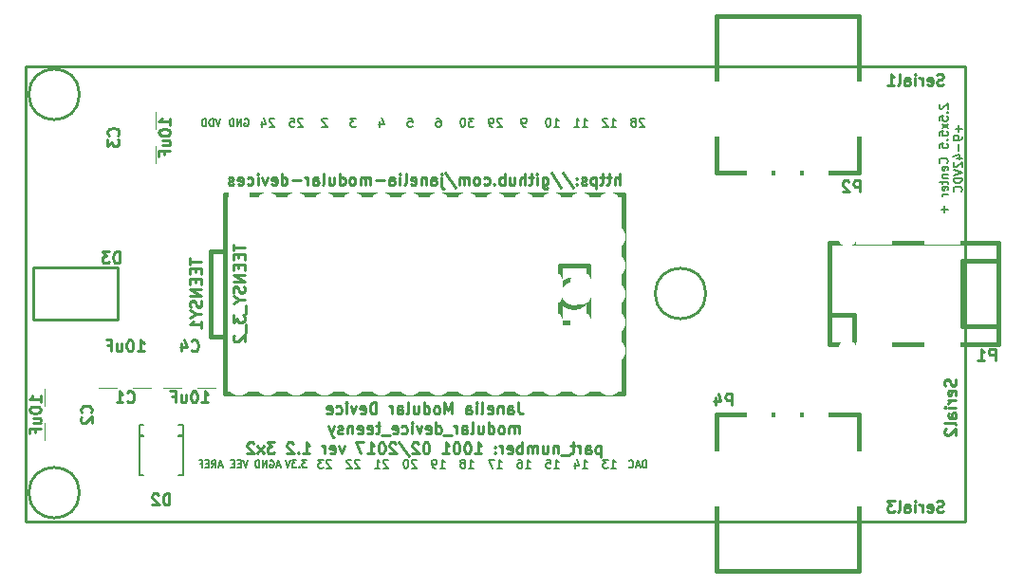
<source format=gbo>
G04 #@! TF.GenerationSoftware,KiCad,Pcbnew,no-vcs-found-7571~57~ubuntu16.04.1*
G04 #@! TF.CreationDate,2017-02-02T15:23:36-05:00*
G04 #@! TF.ProjectId,modular_device_teensy_3x2,6D6F64756C61725F6465766963655F74,1.2*
G04 #@! TF.FileFunction,Legend,Bot*
G04 #@! TF.FilePolarity,Positive*
%FSLAX46Y46*%
G04 Gerber Fmt 4.6, Leading zero omitted, Abs format (unit mm)*
G04 Created by KiCad (PCBNEW no-vcs-found-7571~57~ubuntu16.04.1) date Thu Feb  2 15:23:36 2017*
%MOMM*%
%LPD*%
G01*
G04 APERTURE LIST*
%ADD10C,0.100000*%
%ADD11C,0.254000*%
%ADD12C,0.228600*%
%ADD13C,0.190500*%
%ADD14C,0.127000*%
%ADD15C,0.381000*%
%ADD16C,0.150000*%
%ADD17C,0.158750*%
%ADD18R,1.670000X2.940000*%
%ADD19R,2.940000X1.670000*%
%ADD20R,2.178000X4.591000*%
%ADD21C,1.600200*%
%ADD22R,2.997200X5.029200*%
%ADD23O,2.940000X1.924000*%
%ADD24O,5.480000X3.448000*%
%ADD25O,2.432000X1.924000*%
%ADD26O,1.924000X2.432000*%
%ADD27R,5.160000X4.000000*%
%ADD28R,1.640000X1.800000*%
%ADD29R,1.924000X2.940000*%
%ADD30O,1.924000X2.940000*%
%ADD31R,3.200000X2.800000*%
%ADD32C,2.400000*%
%ADD33C,2.600000*%
%ADD34R,2.900000X3.110000*%
%ADD35C,3.956000*%
%ADD36O,2.254200X2.940000*%
%ADD37R,2.254200X2.940000*%
G04 APERTURE END LIST*
D10*
D11*
X112667142Y-89994619D02*
X112667142Y-88978619D01*
X112231714Y-89994619D02*
X112231714Y-89462428D01*
X112280095Y-89365666D01*
X112376857Y-89317285D01*
X112522000Y-89317285D01*
X112618761Y-89365666D01*
X112667142Y-89414047D01*
X111893047Y-89317285D02*
X111506000Y-89317285D01*
X111747904Y-88978619D02*
X111747904Y-89849476D01*
X111699523Y-89946238D01*
X111602761Y-89994619D01*
X111506000Y-89994619D01*
X111312476Y-89317285D02*
X110925428Y-89317285D01*
X111167333Y-88978619D02*
X111167333Y-89849476D01*
X111118952Y-89946238D01*
X111022190Y-89994619D01*
X110925428Y-89994619D01*
X110586761Y-89317285D02*
X110586761Y-90333285D01*
X110586761Y-89365666D02*
X110490000Y-89317285D01*
X110296476Y-89317285D01*
X110199714Y-89365666D01*
X110151333Y-89414047D01*
X110102952Y-89510809D01*
X110102952Y-89801095D01*
X110151333Y-89897857D01*
X110199714Y-89946238D01*
X110296476Y-89994619D01*
X110490000Y-89994619D01*
X110586761Y-89946238D01*
X109715904Y-89946238D02*
X109619142Y-89994619D01*
X109425619Y-89994619D01*
X109328857Y-89946238D01*
X109280476Y-89849476D01*
X109280476Y-89801095D01*
X109328857Y-89704333D01*
X109425619Y-89655952D01*
X109570761Y-89655952D01*
X109667523Y-89607571D01*
X109715904Y-89510809D01*
X109715904Y-89462428D01*
X109667523Y-89365666D01*
X109570761Y-89317285D01*
X109425619Y-89317285D01*
X109328857Y-89365666D01*
X108845047Y-89897857D02*
X108796666Y-89946238D01*
X108845047Y-89994619D01*
X108893428Y-89946238D01*
X108845047Y-89897857D01*
X108845047Y-89994619D01*
X108845047Y-89365666D02*
X108796666Y-89414047D01*
X108845047Y-89462428D01*
X108893428Y-89414047D01*
X108845047Y-89365666D01*
X108845047Y-89462428D01*
X107635523Y-88930238D02*
X108506380Y-90236523D01*
X106571142Y-88930238D02*
X107442000Y-90236523D01*
X105797047Y-89317285D02*
X105797047Y-90139761D01*
X105845428Y-90236523D01*
X105893809Y-90284904D01*
X105990571Y-90333285D01*
X106135714Y-90333285D01*
X106232476Y-90284904D01*
X105797047Y-89946238D02*
X105893809Y-89994619D01*
X106087333Y-89994619D01*
X106184095Y-89946238D01*
X106232476Y-89897857D01*
X106280857Y-89801095D01*
X106280857Y-89510809D01*
X106232476Y-89414047D01*
X106184095Y-89365666D01*
X106087333Y-89317285D01*
X105893809Y-89317285D01*
X105797047Y-89365666D01*
X105313238Y-89994619D02*
X105313238Y-89317285D01*
X105313238Y-88978619D02*
X105361619Y-89027000D01*
X105313238Y-89075380D01*
X105264857Y-89027000D01*
X105313238Y-88978619D01*
X105313238Y-89075380D01*
X104974571Y-89317285D02*
X104587523Y-89317285D01*
X104829428Y-88978619D02*
X104829428Y-89849476D01*
X104781047Y-89946238D01*
X104684285Y-89994619D01*
X104587523Y-89994619D01*
X104248857Y-89994619D02*
X104248857Y-88978619D01*
X103813428Y-89994619D02*
X103813428Y-89462428D01*
X103861809Y-89365666D01*
X103958571Y-89317285D01*
X104103714Y-89317285D01*
X104200476Y-89365666D01*
X104248857Y-89414047D01*
X102894190Y-89317285D02*
X102894190Y-89994619D01*
X103329619Y-89317285D02*
X103329619Y-89849476D01*
X103281238Y-89946238D01*
X103184476Y-89994619D01*
X103039333Y-89994619D01*
X102942571Y-89946238D01*
X102894190Y-89897857D01*
X102410380Y-89994619D02*
X102410380Y-88978619D01*
X102410380Y-89365666D02*
X102313619Y-89317285D01*
X102120095Y-89317285D01*
X102023333Y-89365666D01*
X101974952Y-89414047D01*
X101926571Y-89510809D01*
X101926571Y-89801095D01*
X101974952Y-89897857D01*
X102023333Y-89946238D01*
X102120095Y-89994619D01*
X102313619Y-89994619D01*
X102410380Y-89946238D01*
X101491142Y-89897857D02*
X101442761Y-89946238D01*
X101491142Y-89994619D01*
X101539523Y-89946238D01*
X101491142Y-89897857D01*
X101491142Y-89994619D01*
X100571904Y-89946238D02*
X100668666Y-89994619D01*
X100862190Y-89994619D01*
X100958952Y-89946238D01*
X101007333Y-89897857D01*
X101055714Y-89801095D01*
X101055714Y-89510809D01*
X101007333Y-89414047D01*
X100958952Y-89365666D01*
X100862190Y-89317285D01*
X100668666Y-89317285D01*
X100571904Y-89365666D01*
X99991333Y-89994619D02*
X100088095Y-89946238D01*
X100136476Y-89897857D01*
X100184857Y-89801095D01*
X100184857Y-89510809D01*
X100136476Y-89414047D01*
X100088095Y-89365666D01*
X99991333Y-89317285D01*
X99846190Y-89317285D01*
X99749428Y-89365666D01*
X99701047Y-89414047D01*
X99652666Y-89510809D01*
X99652666Y-89801095D01*
X99701047Y-89897857D01*
X99749428Y-89946238D01*
X99846190Y-89994619D01*
X99991333Y-89994619D01*
X99217238Y-89994619D02*
X99217238Y-89317285D01*
X99217238Y-89414047D02*
X99168857Y-89365666D01*
X99072095Y-89317285D01*
X98926952Y-89317285D01*
X98830190Y-89365666D01*
X98781809Y-89462428D01*
X98781809Y-89994619D01*
X98781809Y-89462428D02*
X98733428Y-89365666D01*
X98636666Y-89317285D01*
X98491523Y-89317285D01*
X98394761Y-89365666D01*
X98346380Y-89462428D01*
X98346380Y-89994619D01*
X97136857Y-88930238D02*
X98007714Y-90236523D01*
X96798190Y-89317285D02*
X96798190Y-90188142D01*
X96846571Y-90284904D01*
X96943333Y-90333285D01*
X96991714Y-90333285D01*
X96798190Y-88978619D02*
X96846571Y-89027000D01*
X96798190Y-89075380D01*
X96749809Y-89027000D01*
X96798190Y-88978619D01*
X96798190Y-89075380D01*
X95878952Y-89994619D02*
X95878952Y-89462428D01*
X95927333Y-89365666D01*
X96024095Y-89317285D01*
X96217619Y-89317285D01*
X96314380Y-89365666D01*
X95878952Y-89946238D02*
X95975714Y-89994619D01*
X96217619Y-89994619D01*
X96314380Y-89946238D01*
X96362761Y-89849476D01*
X96362761Y-89752714D01*
X96314380Y-89655952D01*
X96217619Y-89607571D01*
X95975714Y-89607571D01*
X95878952Y-89559190D01*
X95395142Y-89317285D02*
X95395142Y-89994619D01*
X95395142Y-89414047D02*
X95346761Y-89365666D01*
X95250000Y-89317285D01*
X95104857Y-89317285D01*
X95008095Y-89365666D01*
X94959714Y-89462428D01*
X94959714Y-89994619D01*
X94088857Y-89946238D02*
X94185619Y-89994619D01*
X94379142Y-89994619D01*
X94475904Y-89946238D01*
X94524285Y-89849476D01*
X94524285Y-89462428D01*
X94475904Y-89365666D01*
X94379142Y-89317285D01*
X94185619Y-89317285D01*
X94088857Y-89365666D01*
X94040476Y-89462428D01*
X94040476Y-89559190D01*
X94524285Y-89655952D01*
X93459904Y-89994619D02*
X93556666Y-89946238D01*
X93605047Y-89849476D01*
X93605047Y-88978619D01*
X93072857Y-89994619D02*
X93072857Y-89317285D01*
X93072857Y-88978619D02*
X93121238Y-89027000D01*
X93072857Y-89075380D01*
X93024476Y-89027000D01*
X93072857Y-88978619D01*
X93072857Y-89075380D01*
X92153619Y-89994619D02*
X92153619Y-89462428D01*
X92202000Y-89365666D01*
X92298761Y-89317285D01*
X92492285Y-89317285D01*
X92589047Y-89365666D01*
X92153619Y-89946238D02*
X92250380Y-89994619D01*
X92492285Y-89994619D01*
X92589047Y-89946238D01*
X92637428Y-89849476D01*
X92637428Y-89752714D01*
X92589047Y-89655952D01*
X92492285Y-89607571D01*
X92250380Y-89607571D01*
X92153619Y-89559190D01*
X91669809Y-89607571D02*
X90895714Y-89607571D01*
X90411904Y-89994619D02*
X90411904Y-89317285D01*
X90411904Y-89414047D02*
X90363523Y-89365666D01*
X90266761Y-89317285D01*
X90121619Y-89317285D01*
X90024857Y-89365666D01*
X89976476Y-89462428D01*
X89976476Y-89994619D01*
X89976476Y-89462428D02*
X89928095Y-89365666D01*
X89831333Y-89317285D01*
X89686190Y-89317285D01*
X89589428Y-89365666D01*
X89541047Y-89462428D01*
X89541047Y-89994619D01*
X88912095Y-89994619D02*
X89008857Y-89946238D01*
X89057238Y-89897857D01*
X89105619Y-89801095D01*
X89105619Y-89510809D01*
X89057238Y-89414047D01*
X89008857Y-89365666D01*
X88912095Y-89317285D01*
X88766952Y-89317285D01*
X88670190Y-89365666D01*
X88621809Y-89414047D01*
X88573428Y-89510809D01*
X88573428Y-89801095D01*
X88621809Y-89897857D01*
X88670190Y-89946238D01*
X88766952Y-89994619D01*
X88912095Y-89994619D01*
X87702571Y-89994619D02*
X87702571Y-88978619D01*
X87702571Y-89946238D02*
X87799333Y-89994619D01*
X87992857Y-89994619D01*
X88089619Y-89946238D01*
X88138000Y-89897857D01*
X88186380Y-89801095D01*
X88186380Y-89510809D01*
X88138000Y-89414047D01*
X88089619Y-89365666D01*
X87992857Y-89317285D01*
X87799333Y-89317285D01*
X87702571Y-89365666D01*
X86783333Y-89317285D02*
X86783333Y-89994619D01*
X87218761Y-89317285D02*
X87218761Y-89849476D01*
X87170380Y-89946238D01*
X87073619Y-89994619D01*
X86928476Y-89994619D01*
X86831714Y-89946238D01*
X86783333Y-89897857D01*
X86154380Y-89994619D02*
X86251142Y-89946238D01*
X86299523Y-89849476D01*
X86299523Y-88978619D01*
X85331904Y-89994619D02*
X85331904Y-89462428D01*
X85380285Y-89365666D01*
X85477047Y-89317285D01*
X85670571Y-89317285D01*
X85767333Y-89365666D01*
X85331904Y-89946238D02*
X85428666Y-89994619D01*
X85670571Y-89994619D01*
X85767333Y-89946238D01*
X85815714Y-89849476D01*
X85815714Y-89752714D01*
X85767333Y-89655952D01*
X85670571Y-89607571D01*
X85428666Y-89607571D01*
X85331904Y-89559190D01*
X84848095Y-89994619D02*
X84848095Y-89317285D01*
X84848095Y-89510809D02*
X84799714Y-89414047D01*
X84751333Y-89365666D01*
X84654571Y-89317285D01*
X84557809Y-89317285D01*
X84219142Y-89607571D02*
X83445047Y-89607571D01*
X82525809Y-89994619D02*
X82525809Y-88978619D01*
X82525809Y-89946238D02*
X82622571Y-89994619D01*
X82816095Y-89994619D01*
X82912857Y-89946238D01*
X82961238Y-89897857D01*
X83009619Y-89801095D01*
X83009619Y-89510809D01*
X82961238Y-89414047D01*
X82912857Y-89365666D01*
X82816095Y-89317285D01*
X82622571Y-89317285D01*
X82525809Y-89365666D01*
X81654952Y-89946238D02*
X81751714Y-89994619D01*
X81945238Y-89994619D01*
X82042000Y-89946238D01*
X82090380Y-89849476D01*
X82090380Y-89462428D01*
X82042000Y-89365666D01*
X81945238Y-89317285D01*
X81751714Y-89317285D01*
X81654952Y-89365666D01*
X81606571Y-89462428D01*
X81606571Y-89559190D01*
X82090380Y-89655952D01*
X81267904Y-89317285D02*
X81026000Y-89994619D01*
X80784095Y-89317285D01*
X80397047Y-89994619D02*
X80397047Y-89317285D01*
X80397047Y-88978619D02*
X80445428Y-89027000D01*
X80397047Y-89075380D01*
X80348666Y-89027000D01*
X80397047Y-88978619D01*
X80397047Y-89075380D01*
X79477809Y-89946238D02*
X79574571Y-89994619D01*
X79768095Y-89994619D01*
X79864857Y-89946238D01*
X79913238Y-89897857D01*
X79961619Y-89801095D01*
X79961619Y-89510809D01*
X79913238Y-89414047D01*
X79864857Y-89365666D01*
X79768095Y-89317285D01*
X79574571Y-89317285D01*
X79477809Y-89365666D01*
X78655333Y-89946238D02*
X78752095Y-89994619D01*
X78945619Y-89994619D01*
X79042380Y-89946238D01*
X79090761Y-89849476D01*
X79090761Y-89462428D01*
X79042380Y-89365666D01*
X78945619Y-89317285D01*
X78752095Y-89317285D01*
X78655333Y-89365666D01*
X78606952Y-89462428D01*
X78606952Y-89559190D01*
X79090761Y-89655952D01*
X78219904Y-89946238D02*
X78123142Y-89994619D01*
X77929619Y-89994619D01*
X77832857Y-89946238D01*
X77784476Y-89849476D01*
X77784476Y-89801095D01*
X77832857Y-89704333D01*
X77929619Y-89655952D01*
X78074761Y-89655952D01*
X78171523Y-89607571D01*
X78219904Y-89510809D01*
X78219904Y-89462428D01*
X78171523Y-89365666D01*
X78074761Y-89317285D01*
X77929619Y-89317285D01*
X77832857Y-89365666D01*
D12*
X143510000Y-79375000D02*
X59690000Y-79375000D01*
X143510000Y-120015000D02*
X143510000Y-79375000D01*
X59690000Y-120015000D02*
X143510000Y-120015000D01*
D11*
X103644095Y-109425619D02*
X103644095Y-110151333D01*
X103692476Y-110296476D01*
X103789238Y-110393238D01*
X103934380Y-110441619D01*
X104031142Y-110441619D01*
X102724857Y-110441619D02*
X102724857Y-109909428D01*
X102773238Y-109812666D01*
X102870000Y-109764285D01*
X103063523Y-109764285D01*
X103160285Y-109812666D01*
X102724857Y-110393238D02*
X102821619Y-110441619D01*
X103063523Y-110441619D01*
X103160285Y-110393238D01*
X103208666Y-110296476D01*
X103208666Y-110199714D01*
X103160285Y-110102952D01*
X103063523Y-110054571D01*
X102821619Y-110054571D01*
X102724857Y-110006190D01*
X102241047Y-109764285D02*
X102241047Y-110441619D01*
X102241047Y-109861047D02*
X102192666Y-109812666D01*
X102095904Y-109764285D01*
X101950761Y-109764285D01*
X101854000Y-109812666D01*
X101805619Y-109909428D01*
X101805619Y-110441619D01*
X100934761Y-110393238D02*
X101031523Y-110441619D01*
X101225047Y-110441619D01*
X101321809Y-110393238D01*
X101370190Y-110296476D01*
X101370190Y-109909428D01*
X101321809Y-109812666D01*
X101225047Y-109764285D01*
X101031523Y-109764285D01*
X100934761Y-109812666D01*
X100886380Y-109909428D01*
X100886380Y-110006190D01*
X101370190Y-110102952D01*
X100305809Y-110441619D02*
X100402571Y-110393238D01*
X100450952Y-110296476D01*
X100450952Y-109425619D01*
X99918761Y-110441619D02*
X99918761Y-109764285D01*
X99918761Y-109425619D02*
X99967142Y-109474000D01*
X99918761Y-109522380D01*
X99870380Y-109474000D01*
X99918761Y-109425619D01*
X99918761Y-109522380D01*
X98999523Y-110441619D02*
X98999523Y-109909428D01*
X99047904Y-109812666D01*
X99144666Y-109764285D01*
X99338190Y-109764285D01*
X99434952Y-109812666D01*
X98999523Y-110393238D02*
X99096285Y-110441619D01*
X99338190Y-110441619D01*
X99434952Y-110393238D01*
X99483333Y-110296476D01*
X99483333Y-110199714D01*
X99434952Y-110102952D01*
X99338190Y-110054571D01*
X99096285Y-110054571D01*
X98999523Y-110006190D01*
X97741619Y-110441619D02*
X97741619Y-109425619D01*
X97402952Y-110151333D01*
X97064285Y-109425619D01*
X97064285Y-110441619D01*
X96435333Y-110441619D02*
X96532095Y-110393238D01*
X96580476Y-110344857D01*
X96628857Y-110248095D01*
X96628857Y-109957809D01*
X96580476Y-109861047D01*
X96532095Y-109812666D01*
X96435333Y-109764285D01*
X96290190Y-109764285D01*
X96193428Y-109812666D01*
X96145047Y-109861047D01*
X96096666Y-109957809D01*
X96096666Y-110248095D01*
X96145047Y-110344857D01*
X96193428Y-110393238D01*
X96290190Y-110441619D01*
X96435333Y-110441619D01*
X95225809Y-110441619D02*
X95225809Y-109425619D01*
X95225809Y-110393238D02*
X95322571Y-110441619D01*
X95516095Y-110441619D01*
X95612857Y-110393238D01*
X95661238Y-110344857D01*
X95709619Y-110248095D01*
X95709619Y-109957809D01*
X95661238Y-109861047D01*
X95612857Y-109812666D01*
X95516095Y-109764285D01*
X95322571Y-109764285D01*
X95225809Y-109812666D01*
X94306571Y-109764285D02*
X94306571Y-110441619D01*
X94742000Y-109764285D02*
X94742000Y-110296476D01*
X94693619Y-110393238D01*
X94596857Y-110441619D01*
X94451714Y-110441619D01*
X94354952Y-110393238D01*
X94306571Y-110344857D01*
X93677619Y-110441619D02*
X93774380Y-110393238D01*
X93822761Y-110296476D01*
X93822761Y-109425619D01*
X92855142Y-110441619D02*
X92855142Y-109909428D01*
X92903523Y-109812666D01*
X93000285Y-109764285D01*
X93193809Y-109764285D01*
X93290571Y-109812666D01*
X92855142Y-110393238D02*
X92951904Y-110441619D01*
X93193809Y-110441619D01*
X93290571Y-110393238D01*
X93338952Y-110296476D01*
X93338952Y-110199714D01*
X93290571Y-110102952D01*
X93193809Y-110054571D01*
X92951904Y-110054571D01*
X92855142Y-110006190D01*
X92371333Y-110441619D02*
X92371333Y-109764285D01*
X92371333Y-109957809D02*
X92322952Y-109861047D01*
X92274571Y-109812666D01*
X92177809Y-109764285D01*
X92081047Y-109764285D01*
X90968285Y-110441619D02*
X90968285Y-109425619D01*
X90726380Y-109425619D01*
X90581238Y-109474000D01*
X90484476Y-109570761D01*
X90436095Y-109667523D01*
X90387714Y-109861047D01*
X90387714Y-110006190D01*
X90436095Y-110199714D01*
X90484476Y-110296476D01*
X90581238Y-110393238D01*
X90726380Y-110441619D01*
X90968285Y-110441619D01*
X89565238Y-110393238D02*
X89662000Y-110441619D01*
X89855523Y-110441619D01*
X89952285Y-110393238D01*
X90000666Y-110296476D01*
X90000666Y-109909428D01*
X89952285Y-109812666D01*
X89855523Y-109764285D01*
X89662000Y-109764285D01*
X89565238Y-109812666D01*
X89516857Y-109909428D01*
X89516857Y-110006190D01*
X90000666Y-110102952D01*
X89178190Y-109764285D02*
X88936285Y-110441619D01*
X88694380Y-109764285D01*
X88307333Y-110441619D02*
X88307333Y-109764285D01*
X88307333Y-109425619D02*
X88355714Y-109474000D01*
X88307333Y-109522380D01*
X88258952Y-109474000D01*
X88307333Y-109425619D01*
X88307333Y-109522380D01*
X87388095Y-110393238D02*
X87484857Y-110441619D01*
X87678380Y-110441619D01*
X87775142Y-110393238D01*
X87823523Y-110344857D01*
X87871904Y-110248095D01*
X87871904Y-109957809D01*
X87823523Y-109861047D01*
X87775142Y-109812666D01*
X87678380Y-109764285D01*
X87484857Y-109764285D01*
X87388095Y-109812666D01*
X86565619Y-110393238D02*
X86662380Y-110441619D01*
X86855904Y-110441619D01*
X86952666Y-110393238D01*
X87001047Y-110296476D01*
X87001047Y-109909428D01*
X86952666Y-109812666D01*
X86855904Y-109764285D01*
X86662380Y-109764285D01*
X86565619Y-109812666D01*
X86517238Y-109909428D01*
X86517238Y-110006190D01*
X87001047Y-110102952D01*
X103692476Y-112219619D02*
X103692476Y-111542285D01*
X103692476Y-111639047D02*
X103644095Y-111590666D01*
X103547333Y-111542285D01*
X103402190Y-111542285D01*
X103305428Y-111590666D01*
X103257047Y-111687428D01*
X103257047Y-112219619D01*
X103257047Y-111687428D02*
X103208666Y-111590666D01*
X103111904Y-111542285D01*
X102966761Y-111542285D01*
X102870000Y-111590666D01*
X102821619Y-111687428D01*
X102821619Y-112219619D01*
X102192666Y-112219619D02*
X102289428Y-112171238D01*
X102337809Y-112122857D01*
X102386190Y-112026095D01*
X102386190Y-111735809D01*
X102337809Y-111639047D01*
X102289428Y-111590666D01*
X102192666Y-111542285D01*
X102047523Y-111542285D01*
X101950761Y-111590666D01*
X101902380Y-111639047D01*
X101854000Y-111735809D01*
X101854000Y-112026095D01*
X101902380Y-112122857D01*
X101950761Y-112171238D01*
X102047523Y-112219619D01*
X102192666Y-112219619D01*
X100983142Y-112219619D02*
X100983142Y-111203619D01*
X100983142Y-112171238D02*
X101079904Y-112219619D01*
X101273428Y-112219619D01*
X101370190Y-112171238D01*
X101418571Y-112122857D01*
X101466952Y-112026095D01*
X101466952Y-111735809D01*
X101418571Y-111639047D01*
X101370190Y-111590666D01*
X101273428Y-111542285D01*
X101079904Y-111542285D01*
X100983142Y-111590666D01*
X100063904Y-111542285D02*
X100063904Y-112219619D01*
X100499333Y-111542285D02*
X100499333Y-112074476D01*
X100450952Y-112171238D01*
X100354190Y-112219619D01*
X100209047Y-112219619D01*
X100112285Y-112171238D01*
X100063904Y-112122857D01*
X99434952Y-112219619D02*
X99531714Y-112171238D01*
X99580095Y-112074476D01*
X99580095Y-111203619D01*
X98612476Y-112219619D02*
X98612476Y-111687428D01*
X98660857Y-111590666D01*
X98757619Y-111542285D01*
X98951142Y-111542285D01*
X99047904Y-111590666D01*
X98612476Y-112171238D02*
X98709238Y-112219619D01*
X98951142Y-112219619D01*
X99047904Y-112171238D01*
X99096285Y-112074476D01*
X99096285Y-111977714D01*
X99047904Y-111880952D01*
X98951142Y-111832571D01*
X98709238Y-111832571D01*
X98612476Y-111784190D01*
X98128666Y-112219619D02*
X98128666Y-111542285D01*
X98128666Y-111735809D02*
X98080285Y-111639047D01*
X98031904Y-111590666D01*
X97935142Y-111542285D01*
X97838380Y-111542285D01*
X97741619Y-112316380D02*
X96967523Y-112316380D01*
X96290190Y-112219619D02*
X96290190Y-111203619D01*
X96290190Y-112171238D02*
X96386952Y-112219619D01*
X96580476Y-112219619D01*
X96677238Y-112171238D01*
X96725619Y-112122857D01*
X96774000Y-112026095D01*
X96774000Y-111735809D01*
X96725619Y-111639047D01*
X96677238Y-111590666D01*
X96580476Y-111542285D01*
X96386952Y-111542285D01*
X96290190Y-111590666D01*
X95419333Y-112171238D02*
X95516095Y-112219619D01*
X95709619Y-112219619D01*
X95806380Y-112171238D01*
X95854761Y-112074476D01*
X95854761Y-111687428D01*
X95806380Y-111590666D01*
X95709619Y-111542285D01*
X95516095Y-111542285D01*
X95419333Y-111590666D01*
X95370952Y-111687428D01*
X95370952Y-111784190D01*
X95854761Y-111880952D01*
X95032285Y-111542285D02*
X94790380Y-112219619D01*
X94548476Y-111542285D01*
X94161428Y-112219619D02*
X94161428Y-111542285D01*
X94161428Y-111203619D02*
X94209809Y-111252000D01*
X94161428Y-111300380D01*
X94113047Y-111252000D01*
X94161428Y-111203619D01*
X94161428Y-111300380D01*
X93242190Y-112171238D02*
X93338952Y-112219619D01*
X93532476Y-112219619D01*
X93629238Y-112171238D01*
X93677619Y-112122857D01*
X93726000Y-112026095D01*
X93726000Y-111735809D01*
X93677619Y-111639047D01*
X93629238Y-111590666D01*
X93532476Y-111542285D01*
X93338952Y-111542285D01*
X93242190Y-111590666D01*
X92419714Y-112171238D02*
X92516476Y-112219619D01*
X92710000Y-112219619D01*
X92806761Y-112171238D01*
X92855142Y-112074476D01*
X92855142Y-111687428D01*
X92806761Y-111590666D01*
X92710000Y-111542285D01*
X92516476Y-111542285D01*
X92419714Y-111590666D01*
X92371333Y-111687428D01*
X92371333Y-111784190D01*
X92855142Y-111880952D01*
X92177809Y-112316380D02*
X91403714Y-112316380D01*
X91306952Y-111542285D02*
X90919904Y-111542285D01*
X91161809Y-111203619D02*
X91161809Y-112074476D01*
X91113428Y-112171238D01*
X91016666Y-112219619D01*
X90919904Y-112219619D01*
X90194190Y-112171238D02*
X90290952Y-112219619D01*
X90484476Y-112219619D01*
X90581238Y-112171238D01*
X90629619Y-112074476D01*
X90629619Y-111687428D01*
X90581238Y-111590666D01*
X90484476Y-111542285D01*
X90290952Y-111542285D01*
X90194190Y-111590666D01*
X90145809Y-111687428D01*
X90145809Y-111784190D01*
X90629619Y-111880952D01*
X89323333Y-112171238D02*
X89420095Y-112219619D01*
X89613619Y-112219619D01*
X89710380Y-112171238D01*
X89758761Y-112074476D01*
X89758761Y-111687428D01*
X89710380Y-111590666D01*
X89613619Y-111542285D01*
X89420095Y-111542285D01*
X89323333Y-111590666D01*
X89274952Y-111687428D01*
X89274952Y-111784190D01*
X89758761Y-111880952D01*
X88839523Y-111542285D02*
X88839523Y-112219619D01*
X88839523Y-111639047D02*
X88791142Y-111590666D01*
X88694380Y-111542285D01*
X88549238Y-111542285D01*
X88452476Y-111590666D01*
X88404095Y-111687428D01*
X88404095Y-112219619D01*
X87968666Y-112171238D02*
X87871904Y-112219619D01*
X87678380Y-112219619D01*
X87581619Y-112171238D01*
X87533238Y-112074476D01*
X87533238Y-112026095D01*
X87581619Y-111929333D01*
X87678380Y-111880952D01*
X87823523Y-111880952D01*
X87920285Y-111832571D01*
X87968666Y-111735809D01*
X87968666Y-111687428D01*
X87920285Y-111590666D01*
X87823523Y-111542285D01*
X87678380Y-111542285D01*
X87581619Y-111590666D01*
X87194571Y-111542285D02*
X86952666Y-112219619D01*
X86710761Y-111542285D02*
X86952666Y-112219619D01*
X87049428Y-112461523D01*
X87097809Y-112509904D01*
X87194571Y-112558285D01*
X110998000Y-113320285D02*
X110998000Y-114336285D01*
X110998000Y-113368666D02*
X110901238Y-113320285D01*
X110707714Y-113320285D01*
X110610952Y-113368666D01*
X110562571Y-113417047D01*
X110514190Y-113513809D01*
X110514190Y-113804095D01*
X110562571Y-113900857D01*
X110610952Y-113949238D01*
X110707714Y-113997619D01*
X110901238Y-113997619D01*
X110998000Y-113949238D01*
X109643333Y-113997619D02*
X109643333Y-113465428D01*
X109691714Y-113368666D01*
X109788476Y-113320285D01*
X109982000Y-113320285D01*
X110078761Y-113368666D01*
X109643333Y-113949238D02*
X109740095Y-113997619D01*
X109982000Y-113997619D01*
X110078761Y-113949238D01*
X110127142Y-113852476D01*
X110127142Y-113755714D01*
X110078761Y-113658952D01*
X109982000Y-113610571D01*
X109740095Y-113610571D01*
X109643333Y-113562190D01*
X109159523Y-113997619D02*
X109159523Y-113320285D01*
X109159523Y-113513809D02*
X109111142Y-113417047D01*
X109062761Y-113368666D01*
X108966000Y-113320285D01*
X108869238Y-113320285D01*
X108675714Y-113320285D02*
X108288666Y-113320285D01*
X108530571Y-112981619D02*
X108530571Y-113852476D01*
X108482190Y-113949238D01*
X108385428Y-113997619D01*
X108288666Y-113997619D01*
X108191904Y-114094380D02*
X107417809Y-114094380D01*
X107175904Y-113320285D02*
X107175904Y-113997619D01*
X107175904Y-113417047D02*
X107127523Y-113368666D01*
X107030761Y-113320285D01*
X106885619Y-113320285D01*
X106788857Y-113368666D01*
X106740476Y-113465428D01*
X106740476Y-113997619D01*
X105821238Y-113320285D02*
X105821238Y-113997619D01*
X106256666Y-113320285D02*
X106256666Y-113852476D01*
X106208285Y-113949238D01*
X106111523Y-113997619D01*
X105966380Y-113997619D01*
X105869619Y-113949238D01*
X105821238Y-113900857D01*
X105337428Y-113997619D02*
X105337428Y-113320285D01*
X105337428Y-113417047D02*
X105289047Y-113368666D01*
X105192285Y-113320285D01*
X105047142Y-113320285D01*
X104950380Y-113368666D01*
X104902000Y-113465428D01*
X104902000Y-113997619D01*
X104902000Y-113465428D02*
X104853619Y-113368666D01*
X104756857Y-113320285D01*
X104611714Y-113320285D01*
X104514952Y-113368666D01*
X104466571Y-113465428D01*
X104466571Y-113997619D01*
X103982761Y-113997619D02*
X103982761Y-112981619D01*
X103982761Y-113368666D02*
X103886000Y-113320285D01*
X103692476Y-113320285D01*
X103595714Y-113368666D01*
X103547333Y-113417047D01*
X103498952Y-113513809D01*
X103498952Y-113804095D01*
X103547333Y-113900857D01*
X103595714Y-113949238D01*
X103692476Y-113997619D01*
X103886000Y-113997619D01*
X103982761Y-113949238D01*
X102676476Y-113949238D02*
X102773238Y-113997619D01*
X102966761Y-113997619D01*
X103063523Y-113949238D01*
X103111904Y-113852476D01*
X103111904Y-113465428D01*
X103063523Y-113368666D01*
X102966761Y-113320285D01*
X102773238Y-113320285D01*
X102676476Y-113368666D01*
X102628095Y-113465428D01*
X102628095Y-113562190D01*
X103111904Y-113658952D01*
X102192666Y-113997619D02*
X102192666Y-113320285D01*
X102192666Y-113513809D02*
X102144285Y-113417047D01*
X102095904Y-113368666D01*
X101999142Y-113320285D01*
X101902380Y-113320285D01*
X101563714Y-113900857D02*
X101515333Y-113949238D01*
X101563714Y-113997619D01*
X101612095Y-113949238D01*
X101563714Y-113900857D01*
X101563714Y-113997619D01*
X101563714Y-113368666D02*
X101515333Y-113417047D01*
X101563714Y-113465428D01*
X101612095Y-113417047D01*
X101563714Y-113368666D01*
X101563714Y-113465428D01*
X99773619Y-113997619D02*
X100354190Y-113997619D01*
X100063904Y-113997619D02*
X100063904Y-112981619D01*
X100160666Y-113126761D01*
X100257428Y-113223523D01*
X100354190Y-113271904D01*
X99144666Y-112981619D02*
X99047904Y-112981619D01*
X98951142Y-113030000D01*
X98902761Y-113078380D01*
X98854380Y-113175142D01*
X98806000Y-113368666D01*
X98806000Y-113610571D01*
X98854380Y-113804095D01*
X98902761Y-113900857D01*
X98951142Y-113949238D01*
X99047904Y-113997619D01*
X99144666Y-113997619D01*
X99241428Y-113949238D01*
X99289809Y-113900857D01*
X99338190Y-113804095D01*
X99386571Y-113610571D01*
X99386571Y-113368666D01*
X99338190Y-113175142D01*
X99289809Y-113078380D01*
X99241428Y-113030000D01*
X99144666Y-112981619D01*
X98177047Y-112981619D02*
X98080285Y-112981619D01*
X97983523Y-113030000D01*
X97935142Y-113078380D01*
X97886761Y-113175142D01*
X97838380Y-113368666D01*
X97838380Y-113610571D01*
X97886761Y-113804095D01*
X97935142Y-113900857D01*
X97983523Y-113949238D01*
X98080285Y-113997619D01*
X98177047Y-113997619D01*
X98273809Y-113949238D01*
X98322190Y-113900857D01*
X98370571Y-113804095D01*
X98418952Y-113610571D01*
X98418952Y-113368666D01*
X98370571Y-113175142D01*
X98322190Y-113078380D01*
X98273809Y-113030000D01*
X98177047Y-112981619D01*
X96870761Y-113997619D02*
X97451333Y-113997619D01*
X97161047Y-113997619D02*
X97161047Y-112981619D01*
X97257809Y-113126761D01*
X97354571Y-113223523D01*
X97451333Y-113271904D01*
X95467714Y-112981619D02*
X95370952Y-112981619D01*
X95274190Y-113030000D01*
X95225809Y-113078380D01*
X95177428Y-113175142D01*
X95129047Y-113368666D01*
X95129047Y-113610571D01*
X95177428Y-113804095D01*
X95225809Y-113900857D01*
X95274190Y-113949238D01*
X95370952Y-113997619D01*
X95467714Y-113997619D01*
X95564476Y-113949238D01*
X95612857Y-113900857D01*
X95661238Y-113804095D01*
X95709619Y-113610571D01*
X95709619Y-113368666D01*
X95661238Y-113175142D01*
X95612857Y-113078380D01*
X95564476Y-113030000D01*
X95467714Y-112981619D01*
X94742000Y-113078380D02*
X94693619Y-113030000D01*
X94596857Y-112981619D01*
X94354952Y-112981619D01*
X94258190Y-113030000D01*
X94209809Y-113078380D01*
X94161428Y-113175142D01*
X94161428Y-113271904D01*
X94209809Y-113417047D01*
X94790380Y-113997619D01*
X94161428Y-113997619D01*
X93000285Y-112933238D02*
X93871142Y-114239523D01*
X92710000Y-113078380D02*
X92661619Y-113030000D01*
X92564857Y-112981619D01*
X92322952Y-112981619D01*
X92226190Y-113030000D01*
X92177809Y-113078380D01*
X92129428Y-113175142D01*
X92129428Y-113271904D01*
X92177809Y-113417047D01*
X92758380Y-113997619D01*
X92129428Y-113997619D01*
X91500476Y-112981619D02*
X91403714Y-112981619D01*
X91306952Y-113030000D01*
X91258571Y-113078380D01*
X91210190Y-113175142D01*
X91161809Y-113368666D01*
X91161809Y-113610571D01*
X91210190Y-113804095D01*
X91258571Y-113900857D01*
X91306952Y-113949238D01*
X91403714Y-113997619D01*
X91500476Y-113997619D01*
X91597238Y-113949238D01*
X91645619Y-113900857D01*
X91694000Y-113804095D01*
X91742380Y-113610571D01*
X91742380Y-113368666D01*
X91694000Y-113175142D01*
X91645619Y-113078380D01*
X91597238Y-113030000D01*
X91500476Y-112981619D01*
X90194190Y-113997619D02*
X90774761Y-113997619D01*
X90484476Y-113997619D02*
X90484476Y-112981619D01*
X90581238Y-113126761D01*
X90678000Y-113223523D01*
X90774761Y-113271904D01*
X89855523Y-112981619D02*
X89178190Y-112981619D01*
X89613619Y-113997619D01*
X88113809Y-113320285D02*
X87871904Y-113997619D01*
X87630000Y-113320285D01*
X86855904Y-113949238D02*
X86952666Y-113997619D01*
X87146190Y-113997619D01*
X87242952Y-113949238D01*
X87291333Y-113852476D01*
X87291333Y-113465428D01*
X87242952Y-113368666D01*
X87146190Y-113320285D01*
X86952666Y-113320285D01*
X86855904Y-113368666D01*
X86807523Y-113465428D01*
X86807523Y-113562190D01*
X87291333Y-113658952D01*
X86372095Y-113997619D02*
X86372095Y-113320285D01*
X86372095Y-113513809D02*
X86323714Y-113417047D01*
X86275333Y-113368666D01*
X86178571Y-113320285D01*
X86081809Y-113320285D01*
X84436857Y-113997619D02*
X85017428Y-113997619D01*
X84727142Y-113997619D02*
X84727142Y-112981619D01*
X84823904Y-113126761D01*
X84920666Y-113223523D01*
X85017428Y-113271904D01*
X84001428Y-113900857D02*
X83953047Y-113949238D01*
X84001428Y-113997619D01*
X84049809Y-113949238D01*
X84001428Y-113900857D01*
X84001428Y-113997619D01*
X83566000Y-113078380D02*
X83517619Y-113030000D01*
X83420857Y-112981619D01*
X83178952Y-112981619D01*
X83082190Y-113030000D01*
X83033809Y-113078380D01*
X82985428Y-113175142D01*
X82985428Y-113271904D01*
X83033809Y-113417047D01*
X83614380Y-113997619D01*
X82985428Y-113997619D01*
X81872666Y-112981619D02*
X81243714Y-112981619D01*
X81582380Y-113368666D01*
X81437238Y-113368666D01*
X81340476Y-113417047D01*
X81292095Y-113465428D01*
X81243714Y-113562190D01*
X81243714Y-113804095D01*
X81292095Y-113900857D01*
X81340476Y-113949238D01*
X81437238Y-113997619D01*
X81727523Y-113997619D01*
X81824285Y-113949238D01*
X81872666Y-113900857D01*
X80905047Y-113997619D02*
X80372857Y-113320285D01*
X80905047Y-113320285D02*
X80372857Y-113997619D01*
X80034190Y-113078380D02*
X79985809Y-113030000D01*
X79889047Y-112981619D01*
X79647142Y-112981619D01*
X79550380Y-113030000D01*
X79502000Y-113078380D01*
X79453619Y-113175142D01*
X79453619Y-113271904D01*
X79502000Y-113417047D01*
X80082571Y-113997619D01*
X79453619Y-113997619D01*
D13*
X142929428Y-84690857D02*
X142929428Y-85271428D01*
X143219714Y-84981142D02*
X142639142Y-84981142D01*
X143219714Y-85670571D02*
X143219714Y-85815714D01*
X143183428Y-85888285D01*
X143147142Y-85924571D01*
X143038285Y-85997142D01*
X142893142Y-86033428D01*
X142602857Y-86033428D01*
X142530285Y-85997142D01*
X142494000Y-85960857D01*
X142457714Y-85888285D01*
X142457714Y-85743142D01*
X142494000Y-85670571D01*
X142530285Y-85634285D01*
X142602857Y-85598000D01*
X142784285Y-85598000D01*
X142856857Y-85634285D01*
X142893142Y-85670571D01*
X142929428Y-85743142D01*
X142929428Y-85888285D01*
X142893142Y-85960857D01*
X142856857Y-85997142D01*
X142784285Y-86033428D01*
X142929428Y-86360000D02*
X142929428Y-86940571D01*
X142711714Y-87630000D02*
X143219714Y-87630000D01*
X142421428Y-87448571D02*
X142965714Y-87267142D01*
X142965714Y-87738857D01*
X142530285Y-87992857D02*
X142494000Y-88029142D01*
X142457714Y-88101714D01*
X142457714Y-88283142D01*
X142494000Y-88355714D01*
X142530285Y-88392000D01*
X142602857Y-88428285D01*
X142675428Y-88428285D01*
X142784285Y-88392000D01*
X143219714Y-87956571D01*
X143219714Y-88428285D01*
X142457714Y-88646000D02*
X143219714Y-88900000D01*
X142457714Y-89154000D01*
X143219714Y-89408000D02*
X142457714Y-89408000D01*
X142457714Y-89589428D01*
X142494000Y-89698285D01*
X142566571Y-89770857D01*
X142639142Y-89807142D01*
X142784285Y-89843428D01*
X142893142Y-89843428D01*
X143038285Y-89807142D01*
X143110857Y-89770857D01*
X143183428Y-89698285D01*
X143219714Y-89589428D01*
X143219714Y-89408000D01*
X143147142Y-90605428D02*
X143183428Y-90569142D01*
X143219714Y-90460285D01*
X143219714Y-90387714D01*
X143183428Y-90278857D01*
X143110857Y-90206285D01*
X143038285Y-90170000D01*
X142893142Y-90133714D01*
X142784285Y-90133714D01*
X142639142Y-90170000D01*
X142566571Y-90206285D01*
X142494000Y-90278857D01*
X142457714Y-90387714D01*
X142457714Y-90460285D01*
X142494000Y-90569142D01*
X142530285Y-90605428D01*
D11*
X141556619Y-81056238D02*
X141411476Y-81104619D01*
X141169571Y-81104619D01*
X141072809Y-81056238D01*
X141024428Y-81007857D01*
X140976047Y-80911095D01*
X140976047Y-80814333D01*
X141024428Y-80717571D01*
X141072809Y-80669190D01*
X141169571Y-80620809D01*
X141363095Y-80572428D01*
X141459857Y-80524047D01*
X141508238Y-80475666D01*
X141556619Y-80378904D01*
X141556619Y-80282142D01*
X141508238Y-80185380D01*
X141459857Y-80137000D01*
X141363095Y-80088619D01*
X141121190Y-80088619D01*
X140976047Y-80137000D01*
X140153571Y-81056238D02*
X140250333Y-81104619D01*
X140443857Y-81104619D01*
X140540619Y-81056238D01*
X140589000Y-80959476D01*
X140589000Y-80572428D01*
X140540619Y-80475666D01*
X140443857Y-80427285D01*
X140250333Y-80427285D01*
X140153571Y-80475666D01*
X140105190Y-80572428D01*
X140105190Y-80669190D01*
X140589000Y-80765952D01*
X139669761Y-81104619D02*
X139669761Y-80427285D01*
X139669761Y-80620809D02*
X139621380Y-80524047D01*
X139573000Y-80475666D01*
X139476238Y-80427285D01*
X139379476Y-80427285D01*
X139040809Y-81104619D02*
X139040809Y-80427285D01*
X139040809Y-80088619D02*
X139089190Y-80137000D01*
X139040809Y-80185380D01*
X138992428Y-80137000D01*
X139040809Y-80088619D01*
X139040809Y-80185380D01*
X138121571Y-81104619D02*
X138121571Y-80572428D01*
X138169952Y-80475666D01*
X138266714Y-80427285D01*
X138460238Y-80427285D01*
X138557000Y-80475666D01*
X138121571Y-81056238D02*
X138218333Y-81104619D01*
X138460238Y-81104619D01*
X138557000Y-81056238D01*
X138605380Y-80959476D01*
X138605380Y-80862714D01*
X138557000Y-80765952D01*
X138460238Y-80717571D01*
X138218333Y-80717571D01*
X138121571Y-80669190D01*
X137492619Y-81104619D02*
X137589380Y-81056238D01*
X137637761Y-80959476D01*
X137637761Y-80088619D01*
X136573380Y-81104619D02*
X137153952Y-81104619D01*
X136863666Y-81104619D02*
X136863666Y-80088619D01*
X136960428Y-80233761D01*
X137057190Y-80330523D01*
X137153952Y-80378904D01*
X141556619Y-119156238D02*
X141411476Y-119204619D01*
X141169571Y-119204619D01*
X141072809Y-119156238D01*
X141024428Y-119107857D01*
X140976047Y-119011095D01*
X140976047Y-118914333D01*
X141024428Y-118817571D01*
X141072809Y-118769190D01*
X141169571Y-118720809D01*
X141363095Y-118672428D01*
X141459857Y-118624047D01*
X141508238Y-118575666D01*
X141556619Y-118478904D01*
X141556619Y-118382142D01*
X141508238Y-118285380D01*
X141459857Y-118237000D01*
X141363095Y-118188619D01*
X141121190Y-118188619D01*
X140976047Y-118237000D01*
X140153571Y-119156238D02*
X140250333Y-119204619D01*
X140443857Y-119204619D01*
X140540619Y-119156238D01*
X140589000Y-119059476D01*
X140589000Y-118672428D01*
X140540619Y-118575666D01*
X140443857Y-118527285D01*
X140250333Y-118527285D01*
X140153571Y-118575666D01*
X140105190Y-118672428D01*
X140105190Y-118769190D01*
X140589000Y-118865952D01*
X139669761Y-119204619D02*
X139669761Y-118527285D01*
X139669761Y-118720809D02*
X139621380Y-118624047D01*
X139573000Y-118575666D01*
X139476238Y-118527285D01*
X139379476Y-118527285D01*
X139040809Y-119204619D02*
X139040809Y-118527285D01*
X139040809Y-118188619D02*
X139089190Y-118237000D01*
X139040809Y-118285380D01*
X138992428Y-118237000D01*
X139040809Y-118188619D01*
X139040809Y-118285380D01*
X138121571Y-119204619D02*
X138121571Y-118672428D01*
X138169952Y-118575666D01*
X138266714Y-118527285D01*
X138460238Y-118527285D01*
X138557000Y-118575666D01*
X138121571Y-119156238D02*
X138218333Y-119204619D01*
X138460238Y-119204619D01*
X138557000Y-119156238D01*
X138605380Y-119059476D01*
X138605380Y-118962714D01*
X138557000Y-118865952D01*
X138460238Y-118817571D01*
X138218333Y-118817571D01*
X138121571Y-118769190D01*
X137492619Y-119204619D02*
X137589380Y-119156238D01*
X137637761Y-119059476D01*
X137637761Y-118188619D01*
X137202333Y-118188619D02*
X136573380Y-118188619D01*
X136912047Y-118575666D01*
X136766904Y-118575666D01*
X136670142Y-118624047D01*
X136621761Y-118672428D01*
X136573380Y-118769190D01*
X136573380Y-119011095D01*
X136621761Y-119107857D01*
X136670142Y-119156238D01*
X136766904Y-119204619D01*
X137057190Y-119204619D01*
X137153952Y-119156238D01*
X137202333Y-119107857D01*
D13*
X141260285Y-82767714D02*
X141224000Y-82804000D01*
X141187714Y-82876571D01*
X141187714Y-83058000D01*
X141224000Y-83130571D01*
X141260285Y-83166857D01*
X141332857Y-83203142D01*
X141405428Y-83203142D01*
X141514285Y-83166857D01*
X141949714Y-82731428D01*
X141949714Y-83203142D01*
X141877142Y-83529714D02*
X141913428Y-83566000D01*
X141949714Y-83529714D01*
X141913428Y-83493428D01*
X141877142Y-83529714D01*
X141949714Y-83529714D01*
X141187714Y-84255428D02*
X141187714Y-83892571D01*
X141550571Y-83856285D01*
X141514285Y-83892571D01*
X141478000Y-83965142D01*
X141478000Y-84146571D01*
X141514285Y-84219142D01*
X141550571Y-84255428D01*
X141623142Y-84291714D01*
X141804571Y-84291714D01*
X141877142Y-84255428D01*
X141913428Y-84219142D01*
X141949714Y-84146571D01*
X141949714Y-83965142D01*
X141913428Y-83892571D01*
X141877142Y-83856285D01*
X141949714Y-84545714D02*
X141441714Y-84944857D01*
X141441714Y-84545714D02*
X141949714Y-84944857D01*
X141187714Y-85598000D02*
X141187714Y-85235142D01*
X141550571Y-85198857D01*
X141514285Y-85235142D01*
X141478000Y-85307714D01*
X141478000Y-85489142D01*
X141514285Y-85561714D01*
X141550571Y-85598000D01*
X141623142Y-85634285D01*
X141804571Y-85634285D01*
X141877142Y-85598000D01*
X141913428Y-85561714D01*
X141949714Y-85489142D01*
X141949714Y-85307714D01*
X141913428Y-85235142D01*
X141877142Y-85198857D01*
X141877142Y-85960857D02*
X141913428Y-85997142D01*
X141949714Y-85960857D01*
X141913428Y-85924571D01*
X141877142Y-85960857D01*
X141949714Y-85960857D01*
X141187714Y-86686571D02*
X141187714Y-86323714D01*
X141550571Y-86287428D01*
X141514285Y-86323714D01*
X141478000Y-86396285D01*
X141478000Y-86577714D01*
X141514285Y-86650285D01*
X141550571Y-86686571D01*
X141623142Y-86722857D01*
X141804571Y-86722857D01*
X141877142Y-86686571D01*
X141913428Y-86650285D01*
X141949714Y-86577714D01*
X141949714Y-86396285D01*
X141913428Y-86323714D01*
X141877142Y-86287428D01*
X141877142Y-88065428D02*
X141913428Y-88029142D01*
X141949714Y-87920285D01*
X141949714Y-87847714D01*
X141913428Y-87738857D01*
X141840857Y-87666285D01*
X141768285Y-87630000D01*
X141623142Y-87593714D01*
X141514285Y-87593714D01*
X141369142Y-87630000D01*
X141296571Y-87666285D01*
X141224000Y-87738857D01*
X141187714Y-87847714D01*
X141187714Y-87920285D01*
X141224000Y-88029142D01*
X141260285Y-88065428D01*
X141913428Y-88682285D02*
X141949714Y-88609714D01*
X141949714Y-88464571D01*
X141913428Y-88392000D01*
X141840857Y-88355714D01*
X141550571Y-88355714D01*
X141478000Y-88392000D01*
X141441714Y-88464571D01*
X141441714Y-88609714D01*
X141478000Y-88682285D01*
X141550571Y-88718571D01*
X141623142Y-88718571D01*
X141695714Y-88355714D01*
X141441714Y-89045142D02*
X141949714Y-89045142D01*
X141514285Y-89045142D02*
X141478000Y-89081428D01*
X141441714Y-89154000D01*
X141441714Y-89262857D01*
X141478000Y-89335428D01*
X141550571Y-89371714D01*
X141949714Y-89371714D01*
X141441714Y-89625714D02*
X141441714Y-89916000D01*
X141187714Y-89734571D02*
X141840857Y-89734571D01*
X141913428Y-89770857D01*
X141949714Y-89843428D01*
X141949714Y-89916000D01*
X141913428Y-90460285D02*
X141949714Y-90387714D01*
X141949714Y-90242571D01*
X141913428Y-90170000D01*
X141840857Y-90133714D01*
X141550571Y-90133714D01*
X141478000Y-90170000D01*
X141441714Y-90242571D01*
X141441714Y-90387714D01*
X141478000Y-90460285D01*
X141550571Y-90496571D01*
X141623142Y-90496571D01*
X141695714Y-90133714D01*
X141949714Y-90823142D02*
X141441714Y-90823142D01*
X141586857Y-90823142D02*
X141514285Y-90859428D01*
X141478000Y-90895714D01*
X141441714Y-90968285D01*
X141441714Y-91040857D01*
X141659428Y-91875428D02*
X141659428Y-92456000D01*
X141949714Y-92165714D02*
X141369142Y-92165714D01*
D11*
X142651238Y-107363380D02*
X142699619Y-107508523D01*
X142699619Y-107750428D01*
X142651238Y-107847190D01*
X142602857Y-107895571D01*
X142506095Y-107943952D01*
X142409333Y-107943952D01*
X142312571Y-107895571D01*
X142264190Y-107847190D01*
X142215809Y-107750428D01*
X142167428Y-107556904D01*
X142119047Y-107460142D01*
X142070666Y-107411761D01*
X141973904Y-107363380D01*
X141877142Y-107363380D01*
X141780380Y-107411761D01*
X141732000Y-107460142D01*
X141683619Y-107556904D01*
X141683619Y-107798809D01*
X141732000Y-107943952D01*
X142651238Y-108766428D02*
X142699619Y-108669666D01*
X142699619Y-108476142D01*
X142651238Y-108379380D01*
X142554476Y-108331000D01*
X142167428Y-108331000D01*
X142070666Y-108379380D01*
X142022285Y-108476142D01*
X142022285Y-108669666D01*
X142070666Y-108766428D01*
X142167428Y-108814809D01*
X142264190Y-108814809D01*
X142360952Y-108331000D01*
X142699619Y-109250238D02*
X142022285Y-109250238D01*
X142215809Y-109250238D02*
X142119047Y-109298619D01*
X142070666Y-109347000D01*
X142022285Y-109443761D01*
X142022285Y-109540523D01*
X142699619Y-109879190D02*
X142022285Y-109879190D01*
X141683619Y-109879190D02*
X141732000Y-109830809D01*
X141780380Y-109879190D01*
X141732000Y-109927571D01*
X141683619Y-109879190D01*
X141780380Y-109879190D01*
X142699619Y-110798428D02*
X142167428Y-110798428D01*
X142070666Y-110750047D01*
X142022285Y-110653285D01*
X142022285Y-110459761D01*
X142070666Y-110363000D01*
X142651238Y-110798428D02*
X142699619Y-110701666D01*
X142699619Y-110459761D01*
X142651238Y-110363000D01*
X142554476Y-110314619D01*
X142457714Y-110314619D01*
X142360952Y-110363000D01*
X142312571Y-110459761D01*
X142312571Y-110701666D01*
X142264190Y-110798428D01*
X142699619Y-111427380D02*
X142651238Y-111330619D01*
X142554476Y-111282238D01*
X141683619Y-111282238D01*
X141780380Y-111766047D02*
X141732000Y-111814428D01*
X141683619Y-111911190D01*
X141683619Y-112153095D01*
X141732000Y-112249857D01*
X141780380Y-112298238D01*
X141877142Y-112346619D01*
X141973904Y-112346619D01*
X142119047Y-112298238D01*
X142699619Y-111717666D01*
X142699619Y-112346619D01*
D12*
X59690000Y-79375000D02*
X59690000Y-120015000D01*
D14*
X67818000Y-108077000D02*
X66294000Y-108077000D01*
X66294000Y-108077000D02*
X66294000Y-105283000D01*
X66294000Y-105283000D02*
X67818000Y-105283000D01*
X69342000Y-105283000D02*
X70866000Y-105283000D01*
X70866000Y-105283000D02*
X70866000Y-108077000D01*
X70866000Y-108077000D02*
X69342000Y-108077000D01*
X64262000Y-111252000D02*
X64262000Y-112776000D01*
X64262000Y-112776000D02*
X61468000Y-112776000D01*
X61468000Y-112776000D02*
X61468000Y-111252000D01*
X61468000Y-109728000D02*
X61468000Y-108204000D01*
X61468000Y-108204000D02*
X64262000Y-108204000D01*
X64262000Y-108204000D02*
X64262000Y-109728000D01*
D15*
X133985000Y-74930000D02*
X121285000Y-74930000D01*
X121285000Y-74930000D02*
X121285000Y-88900000D01*
X133985000Y-74930000D02*
X133985000Y-88900000D01*
X133985000Y-88900000D02*
X121285000Y-88900000D01*
X121285000Y-124460000D02*
X133985000Y-124460000D01*
X133985000Y-124460000D02*
X133985000Y-110490000D01*
X121285000Y-124460000D02*
X121285000Y-110490000D01*
X121285000Y-110490000D02*
X133985000Y-110490000D01*
D12*
X67885000Y-101995000D02*
X67885000Y-97395000D01*
X67885000Y-97395000D02*
X60385000Y-97395000D01*
X60385000Y-97395000D02*
X60385000Y-101995000D01*
X60385000Y-101995000D02*
X67885000Y-101995000D01*
D15*
X109855000Y-99695000D02*
G75*
G03X109855000Y-99695000I-1270000J0D01*
G01*
X109855000Y-97155000D02*
X109855000Y-102235000D01*
X109855000Y-102235000D02*
X107315000Y-102235000D01*
X107315000Y-102235000D02*
X107315000Y-97155000D01*
X107315000Y-97155000D02*
X109855000Y-97155000D01*
X77470000Y-95885000D02*
X76200000Y-95885000D01*
X76200000Y-95885000D02*
X76200000Y-103505000D01*
X76200000Y-103505000D02*
X77470000Y-103505000D01*
X77470000Y-90805000D02*
X113030000Y-90805000D01*
X113030000Y-90805000D02*
X113030000Y-108585000D01*
X113030000Y-108585000D02*
X77470000Y-108585000D01*
X77470000Y-108585000D02*
X77470000Y-90805000D01*
D14*
X68453000Y-84963000D02*
X68453000Y-83439000D01*
X68453000Y-83439000D02*
X71247000Y-83439000D01*
X71247000Y-83439000D02*
X71247000Y-84963000D01*
X71247000Y-86487000D02*
X71247000Y-88011000D01*
X71247000Y-88011000D02*
X68453000Y-88011000D01*
X68453000Y-88011000D02*
X68453000Y-86487000D01*
X75057000Y-105283000D02*
X76581000Y-105283000D01*
X76581000Y-105283000D02*
X76581000Y-108077000D01*
X76581000Y-108077000D02*
X75057000Y-108077000D01*
X73533000Y-108077000D02*
X72009000Y-108077000D01*
X72009000Y-108077000D02*
X72009000Y-105283000D01*
X72009000Y-105283000D02*
X73533000Y-105283000D01*
D15*
X133604000Y-104140000D02*
X133604000Y-101600000D01*
X133604000Y-101600000D02*
X131445000Y-101600000D01*
X146431000Y-96774000D02*
X143256000Y-96774000D01*
X143256000Y-96774000D02*
X143256000Y-102616000D01*
X143256000Y-102616000D02*
X146431000Y-102616000D01*
X146430000Y-95195000D02*
X146430000Y-104195000D01*
X146430000Y-104195000D02*
X131430000Y-104195000D01*
X131430000Y-104195000D02*
X131430000Y-95195000D01*
X131430000Y-95195000D02*
X146430000Y-95195000D01*
D16*
X69805000Y-111415000D02*
X70205000Y-111415000D01*
X73705000Y-111415000D02*
X73305000Y-111415000D01*
X73705000Y-115915000D02*
X73305000Y-115915000D01*
X69805000Y-115915000D02*
X70205000Y-115915000D01*
X73705000Y-112315000D02*
X73305000Y-112315000D01*
X73305000Y-112315000D02*
X73305000Y-112465000D01*
X73305000Y-112465000D02*
X73705000Y-112465000D01*
X69805000Y-112315000D02*
X70205000Y-112315000D01*
X70205000Y-112315000D02*
X70205000Y-112465000D01*
X70205000Y-112465000D02*
X69805000Y-112465000D01*
X69805000Y-111415000D02*
X69805000Y-115915000D01*
X73705000Y-115915000D02*
X73705000Y-111415000D01*
D12*
X64490600Y-81915000D02*
G75*
G03X64490600Y-81915000I-2260600J0D01*
G01*
X64490600Y-117475000D02*
G75*
G03X64490600Y-117475000I-2260600J0D01*
G01*
X120370600Y-99695000D02*
G75*
G03X120370600Y-99695000I-2260600J0D01*
G01*
D11*
X68749333Y-109328857D02*
X68797714Y-109377238D01*
X68942857Y-109425619D01*
X69039619Y-109425619D01*
X69184761Y-109377238D01*
X69281523Y-109280476D01*
X69329904Y-109183714D01*
X69378285Y-108990190D01*
X69378285Y-108845047D01*
X69329904Y-108651523D01*
X69281523Y-108554761D01*
X69184761Y-108458000D01*
X69039619Y-108409619D01*
X68942857Y-108409619D01*
X68797714Y-108458000D01*
X68749333Y-108506380D01*
X67781714Y-109425619D02*
X68362285Y-109425619D01*
X68072000Y-109425619D02*
X68072000Y-108409619D01*
X68168761Y-108554761D01*
X68265523Y-108651523D01*
X68362285Y-108699904D01*
X69668571Y-104853619D02*
X70249142Y-104853619D01*
X69958857Y-104853619D02*
X69958857Y-103837619D01*
X70055619Y-103982761D01*
X70152380Y-104079523D01*
X70249142Y-104127904D01*
X69039619Y-103837619D02*
X68942857Y-103837619D01*
X68846095Y-103886000D01*
X68797714Y-103934380D01*
X68749333Y-104031142D01*
X68700952Y-104224666D01*
X68700952Y-104466571D01*
X68749333Y-104660095D01*
X68797714Y-104756857D01*
X68846095Y-104805238D01*
X68942857Y-104853619D01*
X69039619Y-104853619D01*
X69136380Y-104805238D01*
X69184761Y-104756857D01*
X69233142Y-104660095D01*
X69281523Y-104466571D01*
X69281523Y-104224666D01*
X69233142Y-104031142D01*
X69184761Y-103934380D01*
X69136380Y-103886000D01*
X69039619Y-103837619D01*
X67830095Y-104176285D02*
X67830095Y-104853619D01*
X68265523Y-104176285D02*
X68265523Y-104708476D01*
X68217142Y-104805238D01*
X68120380Y-104853619D01*
X67975238Y-104853619D01*
X67878476Y-104805238D01*
X67830095Y-104756857D01*
X67007619Y-104321428D02*
X67346285Y-104321428D01*
X67346285Y-104853619D02*
X67346285Y-103837619D01*
X66862476Y-103837619D01*
X65513857Y-110320666D02*
X65562238Y-110272285D01*
X65610619Y-110127142D01*
X65610619Y-110030380D01*
X65562238Y-109885238D01*
X65465476Y-109788476D01*
X65368714Y-109740095D01*
X65175190Y-109691714D01*
X65030047Y-109691714D01*
X64836523Y-109740095D01*
X64739761Y-109788476D01*
X64643000Y-109885238D01*
X64594619Y-110030380D01*
X64594619Y-110127142D01*
X64643000Y-110272285D01*
X64691380Y-110320666D01*
X64691380Y-110707714D02*
X64643000Y-110756095D01*
X64594619Y-110852857D01*
X64594619Y-111094761D01*
X64643000Y-111191523D01*
X64691380Y-111239904D01*
X64788142Y-111288285D01*
X64884904Y-111288285D01*
X65030047Y-111239904D01*
X65610619Y-110659333D01*
X65610619Y-111288285D01*
X61038619Y-109401428D02*
X61038619Y-108820857D01*
X61038619Y-109111142D02*
X60022619Y-109111142D01*
X60167761Y-109014380D01*
X60264523Y-108917619D01*
X60312904Y-108820857D01*
X60022619Y-110030380D02*
X60022619Y-110127142D01*
X60071000Y-110223904D01*
X60119380Y-110272285D01*
X60216142Y-110320666D01*
X60409666Y-110369047D01*
X60651571Y-110369047D01*
X60845095Y-110320666D01*
X60941857Y-110272285D01*
X60990238Y-110223904D01*
X61038619Y-110127142D01*
X61038619Y-110030380D01*
X60990238Y-109933619D01*
X60941857Y-109885238D01*
X60845095Y-109836857D01*
X60651571Y-109788476D01*
X60409666Y-109788476D01*
X60216142Y-109836857D01*
X60119380Y-109885238D01*
X60071000Y-109933619D01*
X60022619Y-110030380D01*
X60361285Y-111239904D02*
X61038619Y-111239904D01*
X60361285Y-110804476D02*
X60893476Y-110804476D01*
X60990238Y-110852857D01*
X61038619Y-110949619D01*
X61038619Y-111094761D01*
X60990238Y-111191523D01*
X60941857Y-111239904D01*
X60506428Y-112062380D02*
X60506428Y-111723714D01*
X61038619Y-111723714D02*
X60022619Y-111723714D01*
X60022619Y-112207523D01*
X134099904Y-90629619D02*
X134099904Y-89613619D01*
X133712857Y-89613619D01*
X133616095Y-89662000D01*
X133567714Y-89710380D01*
X133519333Y-89807142D01*
X133519333Y-89952285D01*
X133567714Y-90049047D01*
X133616095Y-90097428D01*
X133712857Y-90145809D01*
X134099904Y-90145809D01*
X133132285Y-89710380D02*
X133083904Y-89662000D01*
X132987142Y-89613619D01*
X132745238Y-89613619D01*
X132648476Y-89662000D01*
X132600095Y-89710380D01*
X132551714Y-89807142D01*
X132551714Y-89903904D01*
X132600095Y-90049047D01*
X133180666Y-90629619D01*
X132551714Y-90629619D01*
X122669904Y-109679619D02*
X122669904Y-108663619D01*
X122282857Y-108663619D01*
X122186095Y-108712000D01*
X122137714Y-108760380D01*
X122089333Y-108857142D01*
X122089333Y-109002285D01*
X122137714Y-109099047D01*
X122186095Y-109147428D01*
X122282857Y-109195809D01*
X122669904Y-109195809D01*
X121218476Y-109002285D02*
X121218476Y-109679619D01*
X121460380Y-108615238D02*
X121702285Y-109340952D01*
X121073333Y-109340952D01*
X68059904Y-96979619D02*
X68059904Y-95963619D01*
X67818000Y-95963619D01*
X67672857Y-96012000D01*
X67576095Y-96108761D01*
X67527714Y-96205523D01*
X67479333Y-96399047D01*
X67479333Y-96544190D01*
X67527714Y-96737714D01*
X67576095Y-96834476D01*
X67672857Y-96931238D01*
X67818000Y-96979619D01*
X68059904Y-96979619D01*
X67140666Y-95963619D02*
X66511714Y-95963619D01*
X66850380Y-96350666D01*
X66705238Y-96350666D01*
X66608476Y-96399047D01*
X66560095Y-96447428D01*
X66511714Y-96544190D01*
X66511714Y-96786095D01*
X66560095Y-96882857D01*
X66608476Y-96931238D01*
X66705238Y-96979619D01*
X66995523Y-96979619D01*
X67092285Y-96931238D01*
X67140666Y-96882857D01*
X74373619Y-96550238D02*
X74373619Y-97130809D01*
X75389619Y-96840523D02*
X74373619Y-96840523D01*
X74857428Y-97469476D02*
X74857428Y-97808142D01*
X75389619Y-97953285D02*
X75389619Y-97469476D01*
X74373619Y-97469476D01*
X74373619Y-97953285D01*
X74857428Y-98388714D02*
X74857428Y-98727380D01*
X75389619Y-98872523D02*
X75389619Y-98388714D01*
X74373619Y-98388714D01*
X74373619Y-98872523D01*
X75389619Y-99307952D02*
X74373619Y-99307952D01*
X75389619Y-99888523D01*
X74373619Y-99888523D01*
X75341238Y-100323952D02*
X75389619Y-100469095D01*
X75389619Y-100711000D01*
X75341238Y-100807761D01*
X75292857Y-100856142D01*
X75196095Y-100904523D01*
X75099333Y-100904523D01*
X75002571Y-100856142D01*
X74954190Y-100807761D01*
X74905809Y-100711000D01*
X74857428Y-100517476D01*
X74809047Y-100420714D01*
X74760666Y-100372333D01*
X74663904Y-100323952D01*
X74567142Y-100323952D01*
X74470380Y-100372333D01*
X74422000Y-100420714D01*
X74373619Y-100517476D01*
X74373619Y-100759380D01*
X74422000Y-100904523D01*
X74905809Y-101533476D02*
X75389619Y-101533476D01*
X74373619Y-101194809D02*
X74905809Y-101533476D01*
X74373619Y-101872142D01*
X75389619Y-102743000D02*
X75389619Y-102162428D01*
X75389619Y-102452714D02*
X74373619Y-102452714D01*
X74518761Y-102355952D01*
X74615523Y-102259190D01*
X74663904Y-102162428D01*
X78193619Y-95292333D02*
X78193619Y-95872904D01*
X79209619Y-95582619D02*
X78193619Y-95582619D01*
X78677428Y-96211571D02*
X78677428Y-96550238D01*
X79209619Y-96695380D02*
X79209619Y-96211571D01*
X78193619Y-96211571D01*
X78193619Y-96695380D01*
X78677428Y-97130809D02*
X78677428Y-97469476D01*
X79209619Y-97614619D02*
X79209619Y-97130809D01*
X78193619Y-97130809D01*
X78193619Y-97614619D01*
X79209619Y-98050047D02*
X78193619Y-98050047D01*
X79209619Y-98630619D01*
X78193619Y-98630619D01*
X79161238Y-99066047D02*
X79209619Y-99211190D01*
X79209619Y-99453095D01*
X79161238Y-99549857D01*
X79112857Y-99598238D01*
X79016095Y-99646619D01*
X78919333Y-99646619D01*
X78822571Y-99598238D01*
X78774190Y-99549857D01*
X78725809Y-99453095D01*
X78677428Y-99259571D01*
X78629047Y-99162809D01*
X78580666Y-99114428D01*
X78483904Y-99066047D01*
X78387142Y-99066047D01*
X78290380Y-99114428D01*
X78242000Y-99162809D01*
X78193619Y-99259571D01*
X78193619Y-99501476D01*
X78242000Y-99646619D01*
X78725809Y-100275571D02*
X79209619Y-100275571D01*
X78193619Y-99936904D02*
X78725809Y-100275571D01*
X78193619Y-100614238D01*
X79306380Y-100711000D02*
X79306380Y-101485095D01*
X78193619Y-101630238D02*
X78193619Y-102259190D01*
X78580666Y-101920523D01*
X78580666Y-102065666D01*
X78629047Y-102162428D01*
X78677428Y-102210809D01*
X78774190Y-102259190D01*
X79016095Y-102259190D01*
X79112857Y-102210809D01*
X79161238Y-102162428D01*
X79209619Y-102065666D01*
X79209619Y-101775380D01*
X79161238Y-101678619D01*
X79112857Y-101630238D01*
X79306380Y-102452714D02*
X79306380Y-103226809D01*
X78290380Y-103420333D02*
X78242000Y-103468714D01*
X78193619Y-103565476D01*
X78193619Y-103807380D01*
X78242000Y-103904142D01*
X78290380Y-103952523D01*
X78387142Y-104000904D01*
X78483904Y-104000904D01*
X78629047Y-103952523D01*
X79209619Y-103371952D01*
X79209619Y-104000904D01*
X67926857Y-85555666D02*
X67975238Y-85507285D01*
X68023619Y-85362142D01*
X68023619Y-85265380D01*
X67975238Y-85120238D01*
X67878476Y-85023476D01*
X67781714Y-84975095D01*
X67588190Y-84926714D01*
X67443047Y-84926714D01*
X67249523Y-84975095D01*
X67152761Y-85023476D01*
X67056000Y-85120238D01*
X67007619Y-85265380D01*
X67007619Y-85362142D01*
X67056000Y-85507285D01*
X67104380Y-85555666D01*
X67007619Y-85894333D02*
X67007619Y-86523285D01*
X67394666Y-86184619D01*
X67394666Y-86329761D01*
X67443047Y-86426523D01*
X67491428Y-86474904D01*
X67588190Y-86523285D01*
X67830095Y-86523285D01*
X67926857Y-86474904D01*
X67975238Y-86426523D01*
X68023619Y-86329761D01*
X68023619Y-86039476D01*
X67975238Y-85942714D01*
X67926857Y-85894333D01*
X72595619Y-84636428D02*
X72595619Y-84055857D01*
X72595619Y-84346142D02*
X71579619Y-84346142D01*
X71724761Y-84249380D01*
X71821523Y-84152619D01*
X71869904Y-84055857D01*
X71579619Y-85265380D02*
X71579619Y-85362142D01*
X71628000Y-85458904D01*
X71676380Y-85507285D01*
X71773142Y-85555666D01*
X71966666Y-85604047D01*
X72208571Y-85604047D01*
X72402095Y-85555666D01*
X72498857Y-85507285D01*
X72547238Y-85458904D01*
X72595619Y-85362142D01*
X72595619Y-85265380D01*
X72547238Y-85168619D01*
X72498857Y-85120238D01*
X72402095Y-85071857D01*
X72208571Y-85023476D01*
X71966666Y-85023476D01*
X71773142Y-85071857D01*
X71676380Y-85120238D01*
X71628000Y-85168619D01*
X71579619Y-85265380D01*
X71918285Y-86474904D02*
X72595619Y-86474904D01*
X71918285Y-86039476D02*
X72450476Y-86039476D01*
X72547238Y-86087857D01*
X72595619Y-86184619D01*
X72595619Y-86329761D01*
X72547238Y-86426523D01*
X72498857Y-86474904D01*
X72063428Y-87297380D02*
X72063428Y-86958714D01*
X72595619Y-86958714D02*
X71579619Y-86958714D01*
X71579619Y-87442523D01*
X74464333Y-104756857D02*
X74512714Y-104805238D01*
X74657857Y-104853619D01*
X74754619Y-104853619D01*
X74899761Y-104805238D01*
X74996523Y-104708476D01*
X75044904Y-104611714D01*
X75093285Y-104418190D01*
X75093285Y-104273047D01*
X75044904Y-104079523D01*
X74996523Y-103982761D01*
X74899761Y-103886000D01*
X74754619Y-103837619D01*
X74657857Y-103837619D01*
X74512714Y-103886000D01*
X74464333Y-103934380D01*
X73593476Y-104176285D02*
X73593476Y-104853619D01*
X73835380Y-103789238D02*
X74077285Y-104514952D01*
X73448333Y-104514952D01*
X75383571Y-109425619D02*
X75964142Y-109425619D01*
X75673857Y-109425619D02*
X75673857Y-108409619D01*
X75770619Y-108554761D01*
X75867380Y-108651523D01*
X75964142Y-108699904D01*
X74754619Y-108409619D02*
X74657857Y-108409619D01*
X74561095Y-108458000D01*
X74512714Y-108506380D01*
X74464333Y-108603142D01*
X74415952Y-108796666D01*
X74415952Y-109038571D01*
X74464333Y-109232095D01*
X74512714Y-109328857D01*
X74561095Y-109377238D01*
X74657857Y-109425619D01*
X74754619Y-109425619D01*
X74851380Y-109377238D01*
X74899761Y-109328857D01*
X74948142Y-109232095D01*
X74996523Y-109038571D01*
X74996523Y-108796666D01*
X74948142Y-108603142D01*
X74899761Y-108506380D01*
X74851380Y-108458000D01*
X74754619Y-108409619D01*
X73545095Y-108748285D02*
X73545095Y-109425619D01*
X73980523Y-108748285D02*
X73980523Y-109280476D01*
X73932142Y-109377238D01*
X73835380Y-109425619D01*
X73690238Y-109425619D01*
X73593476Y-109377238D01*
X73545095Y-109328857D01*
X72722619Y-108893428D02*
X73061285Y-108893428D01*
X73061285Y-109425619D02*
X73061285Y-108409619D01*
X72577476Y-108409619D01*
X146179904Y-105654619D02*
X146179904Y-104638619D01*
X145792857Y-104638619D01*
X145696095Y-104687000D01*
X145647714Y-104735380D01*
X145599333Y-104832142D01*
X145599333Y-104977285D01*
X145647714Y-105074047D01*
X145696095Y-105122428D01*
X145792857Y-105170809D01*
X146179904Y-105170809D01*
X144631714Y-105654619D02*
X145212285Y-105654619D01*
X144922000Y-105654619D02*
X144922000Y-104638619D01*
X145018761Y-104783761D01*
X145115523Y-104880523D01*
X145212285Y-104928904D01*
X72504904Y-118569619D02*
X72504904Y-117553619D01*
X72263000Y-117553619D01*
X72117857Y-117602000D01*
X72021095Y-117698761D01*
X71972714Y-117795523D01*
X71924333Y-117989047D01*
X71924333Y-118134190D01*
X71972714Y-118327714D01*
X72021095Y-118424476D01*
X72117857Y-118521238D01*
X72263000Y-118569619D01*
X72504904Y-118569619D01*
X71537285Y-117650380D02*
X71488904Y-117602000D01*
X71392142Y-117553619D01*
X71150238Y-117553619D01*
X71053476Y-117602000D01*
X71005095Y-117650380D01*
X70956714Y-117747142D01*
X70956714Y-117843904D01*
X71005095Y-117989047D01*
X71585666Y-118569619D01*
X70956714Y-118569619D01*
D17*
X115055952Y-115222261D02*
X115055952Y-114587261D01*
X114904761Y-114587261D01*
X114814047Y-114617500D01*
X114753571Y-114677976D01*
X114723333Y-114738452D01*
X114693095Y-114859404D01*
X114693095Y-114950119D01*
X114723333Y-115071071D01*
X114753571Y-115131547D01*
X114814047Y-115192023D01*
X114904761Y-115222261D01*
X115055952Y-115222261D01*
X114451190Y-115040833D02*
X114148809Y-115040833D01*
X114511666Y-115222261D02*
X114300000Y-114587261D01*
X114088333Y-115222261D01*
X113513809Y-115161785D02*
X113544047Y-115192023D01*
X113634761Y-115222261D01*
X113695238Y-115222261D01*
X113785952Y-115192023D01*
X113846428Y-115131547D01*
X113876666Y-115071071D01*
X113906904Y-114950119D01*
X113906904Y-114859404D01*
X113876666Y-114738452D01*
X113846428Y-114677976D01*
X113785952Y-114617500D01*
X113695238Y-114587261D01*
X113634761Y-114587261D01*
X113544047Y-114617500D01*
X113513809Y-114647738D01*
D13*
X111905142Y-115279714D02*
X112340571Y-115279714D01*
X112122857Y-115279714D02*
X112122857Y-114517714D01*
X112195428Y-114626571D01*
X112268000Y-114699142D01*
X112340571Y-114735428D01*
X111651142Y-114517714D02*
X111179428Y-114517714D01*
X111433428Y-114808000D01*
X111324571Y-114808000D01*
X111252000Y-114844285D01*
X111215714Y-114880571D01*
X111179428Y-114953142D01*
X111179428Y-115134571D01*
X111215714Y-115207142D01*
X111252000Y-115243428D01*
X111324571Y-115279714D01*
X111542285Y-115279714D01*
X111614857Y-115243428D01*
X111651142Y-115207142D01*
X109365142Y-115279714D02*
X109800571Y-115279714D01*
X109582857Y-115279714D02*
X109582857Y-114517714D01*
X109655428Y-114626571D01*
X109728000Y-114699142D01*
X109800571Y-114735428D01*
X108712000Y-114771714D02*
X108712000Y-115279714D01*
X108893428Y-114481428D02*
X109074857Y-115025714D01*
X108603142Y-115025714D01*
X106825142Y-115279714D02*
X107260571Y-115279714D01*
X107042857Y-115279714D02*
X107042857Y-114517714D01*
X107115428Y-114626571D01*
X107188000Y-114699142D01*
X107260571Y-114735428D01*
X106135714Y-114517714D02*
X106498571Y-114517714D01*
X106534857Y-114880571D01*
X106498571Y-114844285D01*
X106426000Y-114808000D01*
X106244571Y-114808000D01*
X106172000Y-114844285D01*
X106135714Y-114880571D01*
X106099428Y-114953142D01*
X106099428Y-115134571D01*
X106135714Y-115207142D01*
X106172000Y-115243428D01*
X106244571Y-115279714D01*
X106426000Y-115279714D01*
X106498571Y-115243428D01*
X106534857Y-115207142D01*
X104285142Y-115279714D02*
X104720571Y-115279714D01*
X104502857Y-115279714D02*
X104502857Y-114517714D01*
X104575428Y-114626571D01*
X104648000Y-114699142D01*
X104720571Y-114735428D01*
X103632000Y-114517714D02*
X103777142Y-114517714D01*
X103849714Y-114554000D01*
X103886000Y-114590285D01*
X103958571Y-114699142D01*
X103994857Y-114844285D01*
X103994857Y-115134571D01*
X103958571Y-115207142D01*
X103922285Y-115243428D01*
X103849714Y-115279714D01*
X103704571Y-115279714D01*
X103632000Y-115243428D01*
X103595714Y-115207142D01*
X103559428Y-115134571D01*
X103559428Y-114953142D01*
X103595714Y-114880571D01*
X103632000Y-114844285D01*
X103704571Y-114808000D01*
X103849714Y-114808000D01*
X103922285Y-114844285D01*
X103958571Y-114880571D01*
X103994857Y-114953142D01*
X101745142Y-115279714D02*
X102180571Y-115279714D01*
X101962857Y-115279714D02*
X101962857Y-114517714D01*
X102035428Y-114626571D01*
X102108000Y-114699142D01*
X102180571Y-114735428D01*
X101491142Y-114517714D02*
X100983142Y-114517714D01*
X101309714Y-115279714D01*
X99205142Y-115279714D02*
X99640571Y-115279714D01*
X99422857Y-115279714D02*
X99422857Y-114517714D01*
X99495428Y-114626571D01*
X99568000Y-114699142D01*
X99640571Y-114735428D01*
X98769714Y-114844285D02*
X98842285Y-114808000D01*
X98878571Y-114771714D01*
X98914857Y-114699142D01*
X98914857Y-114662857D01*
X98878571Y-114590285D01*
X98842285Y-114554000D01*
X98769714Y-114517714D01*
X98624571Y-114517714D01*
X98552000Y-114554000D01*
X98515714Y-114590285D01*
X98479428Y-114662857D01*
X98479428Y-114699142D01*
X98515714Y-114771714D01*
X98552000Y-114808000D01*
X98624571Y-114844285D01*
X98769714Y-114844285D01*
X98842285Y-114880571D01*
X98878571Y-114916857D01*
X98914857Y-114989428D01*
X98914857Y-115134571D01*
X98878571Y-115207142D01*
X98842285Y-115243428D01*
X98769714Y-115279714D01*
X98624571Y-115279714D01*
X98552000Y-115243428D01*
X98515714Y-115207142D01*
X98479428Y-115134571D01*
X98479428Y-114989428D01*
X98515714Y-114916857D01*
X98552000Y-114880571D01*
X98624571Y-114844285D01*
X96665142Y-115279714D02*
X97100571Y-115279714D01*
X96882857Y-115279714D02*
X96882857Y-114517714D01*
X96955428Y-114626571D01*
X97028000Y-114699142D01*
X97100571Y-114735428D01*
X96302285Y-115279714D02*
X96157142Y-115279714D01*
X96084571Y-115243428D01*
X96048285Y-115207142D01*
X95975714Y-115098285D01*
X95939428Y-114953142D01*
X95939428Y-114662857D01*
X95975714Y-114590285D01*
X96012000Y-114554000D01*
X96084571Y-114517714D01*
X96229714Y-114517714D01*
X96302285Y-114554000D01*
X96338571Y-114590285D01*
X96374857Y-114662857D01*
X96374857Y-114844285D01*
X96338571Y-114916857D01*
X96302285Y-114953142D01*
X96229714Y-114989428D01*
X96084571Y-114989428D01*
X96012000Y-114953142D01*
X95975714Y-114916857D01*
X95939428Y-114844285D01*
X94560571Y-114590285D02*
X94524285Y-114554000D01*
X94451714Y-114517714D01*
X94270285Y-114517714D01*
X94197714Y-114554000D01*
X94161428Y-114590285D01*
X94125142Y-114662857D01*
X94125142Y-114735428D01*
X94161428Y-114844285D01*
X94596857Y-115279714D01*
X94125142Y-115279714D01*
X93653428Y-114517714D02*
X93580857Y-114517714D01*
X93508285Y-114554000D01*
X93472000Y-114590285D01*
X93435714Y-114662857D01*
X93399428Y-114808000D01*
X93399428Y-114989428D01*
X93435714Y-115134571D01*
X93472000Y-115207142D01*
X93508285Y-115243428D01*
X93580857Y-115279714D01*
X93653428Y-115279714D01*
X93726000Y-115243428D01*
X93762285Y-115207142D01*
X93798571Y-115134571D01*
X93834857Y-114989428D01*
X93834857Y-114808000D01*
X93798571Y-114662857D01*
X93762285Y-114590285D01*
X93726000Y-114554000D01*
X93653428Y-114517714D01*
X92020571Y-114590285D02*
X91984285Y-114554000D01*
X91911714Y-114517714D01*
X91730285Y-114517714D01*
X91657714Y-114554000D01*
X91621428Y-114590285D01*
X91585142Y-114662857D01*
X91585142Y-114735428D01*
X91621428Y-114844285D01*
X92056857Y-115279714D01*
X91585142Y-115279714D01*
X90859428Y-115279714D02*
X91294857Y-115279714D01*
X91077142Y-115279714D02*
X91077142Y-114517714D01*
X91149714Y-114626571D01*
X91222285Y-114699142D01*
X91294857Y-114735428D01*
X89480571Y-114590285D02*
X89444285Y-114554000D01*
X89371714Y-114517714D01*
X89190285Y-114517714D01*
X89117714Y-114554000D01*
X89081428Y-114590285D01*
X89045142Y-114662857D01*
X89045142Y-114735428D01*
X89081428Y-114844285D01*
X89516857Y-115279714D01*
X89045142Y-115279714D01*
X88754857Y-114590285D02*
X88718571Y-114554000D01*
X88646000Y-114517714D01*
X88464571Y-114517714D01*
X88392000Y-114554000D01*
X88355714Y-114590285D01*
X88319428Y-114662857D01*
X88319428Y-114735428D01*
X88355714Y-114844285D01*
X88791142Y-115279714D01*
X88319428Y-115279714D01*
X86940571Y-114590285D02*
X86904285Y-114554000D01*
X86831714Y-114517714D01*
X86650285Y-114517714D01*
X86577714Y-114554000D01*
X86541428Y-114590285D01*
X86505142Y-114662857D01*
X86505142Y-114735428D01*
X86541428Y-114844285D01*
X86976857Y-115279714D01*
X86505142Y-115279714D01*
X86251142Y-114517714D02*
X85779428Y-114517714D01*
X86033428Y-114808000D01*
X85924571Y-114808000D01*
X85852000Y-114844285D01*
X85815714Y-114880571D01*
X85779428Y-114953142D01*
X85779428Y-115134571D01*
X85815714Y-115207142D01*
X85852000Y-115243428D01*
X85924571Y-115279714D01*
X86142285Y-115279714D01*
X86214857Y-115243428D01*
X86251142Y-115207142D01*
D17*
X84757380Y-114587261D02*
X84364285Y-114587261D01*
X84575952Y-114829166D01*
X84485238Y-114829166D01*
X84424761Y-114859404D01*
X84394523Y-114889642D01*
X84364285Y-114950119D01*
X84364285Y-115101309D01*
X84394523Y-115161785D01*
X84424761Y-115192023D01*
X84485238Y-115222261D01*
X84666666Y-115222261D01*
X84727142Y-115192023D01*
X84757380Y-115161785D01*
X84092142Y-115161785D02*
X84061904Y-115192023D01*
X84092142Y-115222261D01*
X84122380Y-115192023D01*
X84092142Y-115161785D01*
X84092142Y-115222261D01*
X83850238Y-114587261D02*
X83457142Y-114587261D01*
X83668809Y-114829166D01*
X83578095Y-114829166D01*
X83517619Y-114859404D01*
X83487380Y-114889642D01*
X83457142Y-114950119D01*
X83457142Y-115101309D01*
X83487380Y-115161785D01*
X83517619Y-115192023D01*
X83578095Y-115222261D01*
X83759523Y-115222261D01*
X83820000Y-115192023D01*
X83850238Y-115161785D01*
X83275714Y-114587261D02*
X83064047Y-115222261D01*
X82852380Y-114587261D01*
X82398809Y-115040833D02*
X82096428Y-115040833D01*
X82459285Y-115222261D02*
X82247619Y-114587261D01*
X82035952Y-115222261D01*
X81491666Y-114617500D02*
X81552142Y-114587261D01*
X81642857Y-114587261D01*
X81733571Y-114617500D01*
X81794047Y-114677976D01*
X81824285Y-114738452D01*
X81854523Y-114859404D01*
X81854523Y-114950119D01*
X81824285Y-115071071D01*
X81794047Y-115131547D01*
X81733571Y-115192023D01*
X81642857Y-115222261D01*
X81582380Y-115222261D01*
X81491666Y-115192023D01*
X81461428Y-115161785D01*
X81461428Y-114950119D01*
X81582380Y-114950119D01*
X81189285Y-115222261D02*
X81189285Y-114587261D01*
X80826428Y-115222261D01*
X80826428Y-114587261D01*
X80524047Y-115222261D02*
X80524047Y-114587261D01*
X80372857Y-114587261D01*
X80282142Y-114617500D01*
X80221666Y-114677976D01*
X80191428Y-114738452D01*
X80161190Y-114859404D01*
X80161190Y-114950119D01*
X80191428Y-115071071D01*
X80221666Y-115131547D01*
X80282142Y-115192023D01*
X80372857Y-115222261D01*
X80524047Y-115222261D01*
X79526190Y-114587261D02*
X79314523Y-115222261D01*
X79102857Y-114587261D01*
X78891190Y-114889642D02*
X78679523Y-114889642D01*
X78588809Y-115222261D02*
X78891190Y-115222261D01*
X78891190Y-114587261D01*
X78588809Y-114587261D01*
X78316666Y-114889642D02*
X78105000Y-114889642D01*
X78014285Y-115222261D02*
X78316666Y-115222261D01*
X78316666Y-114587261D01*
X78014285Y-114587261D01*
X77228095Y-115040833D02*
X76925714Y-115040833D01*
X77288571Y-115222261D02*
X77076904Y-114587261D01*
X76865238Y-115222261D01*
X76290714Y-115222261D02*
X76502380Y-114919880D01*
X76653571Y-115222261D02*
X76653571Y-114587261D01*
X76411666Y-114587261D01*
X76351190Y-114617500D01*
X76320952Y-114647738D01*
X76290714Y-114708214D01*
X76290714Y-114798928D01*
X76320952Y-114859404D01*
X76351190Y-114889642D01*
X76411666Y-114919880D01*
X76653571Y-114919880D01*
X76018571Y-114889642D02*
X75806904Y-114889642D01*
X75716190Y-115222261D02*
X76018571Y-115222261D01*
X76018571Y-114587261D01*
X75716190Y-114587261D01*
X75232380Y-114889642D02*
X75444047Y-114889642D01*
X75444047Y-115222261D02*
X75444047Y-114587261D01*
X75141666Y-114587261D01*
D13*
X114880571Y-84110285D02*
X114844285Y-84074000D01*
X114771714Y-84037714D01*
X114590285Y-84037714D01*
X114517714Y-84074000D01*
X114481428Y-84110285D01*
X114445142Y-84182857D01*
X114445142Y-84255428D01*
X114481428Y-84364285D01*
X114916857Y-84799714D01*
X114445142Y-84799714D01*
X114009714Y-84364285D02*
X114082285Y-84328000D01*
X114118571Y-84291714D01*
X114154857Y-84219142D01*
X114154857Y-84182857D01*
X114118571Y-84110285D01*
X114082285Y-84074000D01*
X114009714Y-84037714D01*
X113864571Y-84037714D01*
X113792000Y-84074000D01*
X113755714Y-84110285D01*
X113719428Y-84182857D01*
X113719428Y-84219142D01*
X113755714Y-84291714D01*
X113792000Y-84328000D01*
X113864571Y-84364285D01*
X114009714Y-84364285D01*
X114082285Y-84400571D01*
X114118571Y-84436857D01*
X114154857Y-84509428D01*
X114154857Y-84654571D01*
X114118571Y-84727142D01*
X114082285Y-84763428D01*
X114009714Y-84799714D01*
X113864571Y-84799714D01*
X113792000Y-84763428D01*
X113755714Y-84727142D01*
X113719428Y-84654571D01*
X113719428Y-84509428D01*
X113755714Y-84436857D01*
X113792000Y-84400571D01*
X113864571Y-84364285D01*
X111905142Y-84799714D02*
X112340571Y-84799714D01*
X112122857Y-84799714D02*
X112122857Y-84037714D01*
X112195428Y-84146571D01*
X112268000Y-84219142D01*
X112340571Y-84255428D01*
X111614857Y-84110285D02*
X111578571Y-84074000D01*
X111506000Y-84037714D01*
X111324571Y-84037714D01*
X111252000Y-84074000D01*
X111215714Y-84110285D01*
X111179428Y-84182857D01*
X111179428Y-84255428D01*
X111215714Y-84364285D01*
X111651142Y-84799714D01*
X111179428Y-84799714D01*
X109365142Y-84799714D02*
X109800571Y-84799714D01*
X109582857Y-84799714D02*
X109582857Y-84037714D01*
X109655428Y-84146571D01*
X109728000Y-84219142D01*
X109800571Y-84255428D01*
X108639428Y-84799714D02*
X109074857Y-84799714D01*
X108857142Y-84799714D02*
X108857142Y-84037714D01*
X108929714Y-84146571D01*
X109002285Y-84219142D01*
X109074857Y-84255428D01*
X106825142Y-84799714D02*
X107260571Y-84799714D01*
X107042857Y-84799714D02*
X107042857Y-84037714D01*
X107115428Y-84146571D01*
X107188000Y-84219142D01*
X107260571Y-84255428D01*
X106353428Y-84037714D02*
X106280857Y-84037714D01*
X106208285Y-84074000D01*
X106172000Y-84110285D01*
X106135714Y-84182857D01*
X106099428Y-84328000D01*
X106099428Y-84509428D01*
X106135714Y-84654571D01*
X106172000Y-84727142D01*
X106208285Y-84763428D01*
X106280857Y-84799714D01*
X106353428Y-84799714D01*
X106426000Y-84763428D01*
X106462285Y-84727142D01*
X106498571Y-84654571D01*
X106534857Y-84509428D01*
X106534857Y-84328000D01*
X106498571Y-84182857D01*
X106462285Y-84110285D01*
X106426000Y-84074000D01*
X106353428Y-84037714D01*
X104285142Y-84799714D02*
X104140000Y-84799714D01*
X104067428Y-84763428D01*
X104031142Y-84727142D01*
X103958571Y-84618285D01*
X103922285Y-84473142D01*
X103922285Y-84182857D01*
X103958571Y-84110285D01*
X103994857Y-84074000D01*
X104067428Y-84037714D01*
X104212571Y-84037714D01*
X104285142Y-84074000D01*
X104321428Y-84110285D01*
X104357714Y-84182857D01*
X104357714Y-84364285D01*
X104321428Y-84436857D01*
X104285142Y-84473142D01*
X104212571Y-84509428D01*
X104067428Y-84509428D01*
X103994857Y-84473142D01*
X103958571Y-84436857D01*
X103922285Y-84364285D01*
X102180571Y-84110285D02*
X102144285Y-84074000D01*
X102071714Y-84037714D01*
X101890285Y-84037714D01*
X101817714Y-84074000D01*
X101781428Y-84110285D01*
X101745142Y-84182857D01*
X101745142Y-84255428D01*
X101781428Y-84364285D01*
X102216857Y-84799714D01*
X101745142Y-84799714D01*
X101382285Y-84799714D02*
X101237142Y-84799714D01*
X101164571Y-84763428D01*
X101128285Y-84727142D01*
X101055714Y-84618285D01*
X101019428Y-84473142D01*
X101019428Y-84182857D01*
X101055714Y-84110285D01*
X101092000Y-84074000D01*
X101164571Y-84037714D01*
X101309714Y-84037714D01*
X101382285Y-84074000D01*
X101418571Y-84110285D01*
X101454857Y-84182857D01*
X101454857Y-84364285D01*
X101418571Y-84436857D01*
X101382285Y-84473142D01*
X101309714Y-84509428D01*
X101164571Y-84509428D01*
X101092000Y-84473142D01*
X101055714Y-84436857D01*
X101019428Y-84364285D01*
X99676857Y-84037714D02*
X99205142Y-84037714D01*
X99459142Y-84328000D01*
X99350285Y-84328000D01*
X99277714Y-84364285D01*
X99241428Y-84400571D01*
X99205142Y-84473142D01*
X99205142Y-84654571D01*
X99241428Y-84727142D01*
X99277714Y-84763428D01*
X99350285Y-84799714D01*
X99568000Y-84799714D01*
X99640571Y-84763428D01*
X99676857Y-84727142D01*
X98733428Y-84037714D02*
X98660857Y-84037714D01*
X98588285Y-84074000D01*
X98552000Y-84110285D01*
X98515714Y-84182857D01*
X98479428Y-84328000D01*
X98479428Y-84509428D01*
X98515714Y-84654571D01*
X98552000Y-84727142D01*
X98588285Y-84763428D01*
X98660857Y-84799714D01*
X98733428Y-84799714D01*
X98806000Y-84763428D01*
X98842285Y-84727142D01*
X98878571Y-84654571D01*
X98914857Y-84509428D01*
X98914857Y-84328000D01*
X98878571Y-84182857D01*
X98842285Y-84110285D01*
X98806000Y-84074000D01*
X98733428Y-84037714D01*
X96374857Y-84037714D02*
X96520000Y-84037714D01*
X96592571Y-84074000D01*
X96628857Y-84110285D01*
X96701428Y-84219142D01*
X96737714Y-84364285D01*
X96737714Y-84654571D01*
X96701428Y-84727142D01*
X96665142Y-84763428D01*
X96592571Y-84799714D01*
X96447428Y-84799714D01*
X96374857Y-84763428D01*
X96338571Y-84727142D01*
X96302285Y-84654571D01*
X96302285Y-84473142D01*
X96338571Y-84400571D01*
X96374857Y-84364285D01*
X96447428Y-84328000D01*
X96592571Y-84328000D01*
X96665142Y-84364285D01*
X96701428Y-84400571D01*
X96737714Y-84473142D01*
X93798571Y-84037714D02*
X94161428Y-84037714D01*
X94197714Y-84400571D01*
X94161428Y-84364285D01*
X94088857Y-84328000D01*
X93907428Y-84328000D01*
X93834857Y-84364285D01*
X93798571Y-84400571D01*
X93762285Y-84473142D01*
X93762285Y-84654571D01*
X93798571Y-84727142D01*
X93834857Y-84763428D01*
X93907428Y-84799714D01*
X94088857Y-84799714D01*
X94161428Y-84763428D01*
X94197714Y-84727142D01*
X91294857Y-84291714D02*
X91294857Y-84799714D01*
X91476285Y-84001428D02*
X91657714Y-84545714D01*
X91186000Y-84545714D01*
X89154000Y-84037714D02*
X88682285Y-84037714D01*
X88936285Y-84328000D01*
X88827428Y-84328000D01*
X88754857Y-84364285D01*
X88718571Y-84400571D01*
X88682285Y-84473142D01*
X88682285Y-84654571D01*
X88718571Y-84727142D01*
X88754857Y-84763428D01*
X88827428Y-84799714D01*
X89045142Y-84799714D01*
X89117714Y-84763428D01*
X89154000Y-84727142D01*
X86577714Y-84110285D02*
X86541428Y-84074000D01*
X86468857Y-84037714D01*
X86287428Y-84037714D01*
X86214857Y-84074000D01*
X86178571Y-84110285D01*
X86142285Y-84182857D01*
X86142285Y-84255428D01*
X86178571Y-84364285D01*
X86614000Y-84799714D01*
X86142285Y-84799714D01*
X84400571Y-84110285D02*
X84364285Y-84074000D01*
X84291714Y-84037714D01*
X84110285Y-84037714D01*
X84037714Y-84074000D01*
X84001428Y-84110285D01*
X83965142Y-84182857D01*
X83965142Y-84255428D01*
X84001428Y-84364285D01*
X84436857Y-84799714D01*
X83965142Y-84799714D01*
X83275714Y-84037714D02*
X83638571Y-84037714D01*
X83674857Y-84400571D01*
X83638571Y-84364285D01*
X83566000Y-84328000D01*
X83384571Y-84328000D01*
X83312000Y-84364285D01*
X83275714Y-84400571D01*
X83239428Y-84473142D01*
X83239428Y-84654571D01*
X83275714Y-84727142D01*
X83312000Y-84763428D01*
X83384571Y-84799714D01*
X83566000Y-84799714D01*
X83638571Y-84763428D01*
X83674857Y-84727142D01*
X81860571Y-84110285D02*
X81824285Y-84074000D01*
X81751714Y-84037714D01*
X81570285Y-84037714D01*
X81497714Y-84074000D01*
X81461428Y-84110285D01*
X81425142Y-84182857D01*
X81425142Y-84255428D01*
X81461428Y-84364285D01*
X81896857Y-84799714D01*
X81425142Y-84799714D01*
X80772000Y-84291714D02*
X80772000Y-84799714D01*
X80953428Y-84001428D02*
X81134857Y-84545714D01*
X80663142Y-84545714D01*
D17*
X79223809Y-84137500D02*
X79284285Y-84107261D01*
X79375000Y-84107261D01*
X79465714Y-84137500D01*
X79526190Y-84197976D01*
X79556428Y-84258452D01*
X79586666Y-84379404D01*
X79586666Y-84470119D01*
X79556428Y-84591071D01*
X79526190Y-84651547D01*
X79465714Y-84712023D01*
X79375000Y-84742261D01*
X79314523Y-84742261D01*
X79223809Y-84712023D01*
X79193571Y-84681785D01*
X79193571Y-84470119D01*
X79314523Y-84470119D01*
X78921428Y-84742261D02*
X78921428Y-84107261D01*
X78558571Y-84742261D01*
X78558571Y-84107261D01*
X78256190Y-84742261D02*
X78256190Y-84107261D01*
X78105000Y-84107261D01*
X78014285Y-84137500D01*
X77953809Y-84197976D01*
X77923571Y-84258452D01*
X77893333Y-84379404D01*
X77893333Y-84470119D01*
X77923571Y-84591071D01*
X77953809Y-84651547D01*
X78014285Y-84712023D01*
X78105000Y-84742261D01*
X78256190Y-84742261D01*
X77046666Y-84107261D02*
X76835000Y-84742261D01*
X76623333Y-84107261D01*
X76411666Y-84742261D02*
X76411666Y-84107261D01*
X76260476Y-84107261D01*
X76169761Y-84137500D01*
X76109285Y-84197976D01*
X76079047Y-84258452D01*
X76048809Y-84379404D01*
X76048809Y-84470119D01*
X76079047Y-84591071D01*
X76109285Y-84651547D01*
X76169761Y-84712023D01*
X76260476Y-84742261D01*
X76411666Y-84742261D01*
X75776666Y-84742261D02*
X75776666Y-84107261D01*
X75625476Y-84107261D01*
X75534761Y-84137500D01*
X75474285Y-84197976D01*
X75444047Y-84258452D01*
X75413809Y-84379404D01*
X75413809Y-84470119D01*
X75444047Y-84591071D01*
X75474285Y-84651547D01*
X75534761Y-84712023D01*
X75625476Y-84742261D01*
X75776666Y-84742261D01*
%LPC*%
D18*
X67056000Y-106680000D03*
X70104000Y-106680000D03*
D19*
X62865000Y-112014000D03*
X62865000Y-108966000D03*
D20*
X130175000Y-89916000D03*
X127635000Y-89916000D03*
X125095000Y-89916000D03*
D21*
X132588000Y-86741000D03*
X122682000Y-86741000D03*
D22*
X133629400Y-83185000D03*
X121640600Y-83185000D03*
D21*
X132969000Y-94742000D03*
X132969000Y-104648000D03*
D20*
X125095000Y-109474000D03*
X127635000Y-109474000D03*
X130175000Y-109474000D03*
D21*
X122682000Y-112649000D03*
X132588000Y-112649000D03*
D22*
X121640600Y-116205000D03*
X133629400Y-116205000D03*
D23*
X67310000Y-113030000D03*
X67310000Y-115570000D03*
X67310000Y-110490000D03*
D24*
X63500000Y-104775000D03*
X63500000Y-94615000D03*
D25*
X69596000Y-99695000D03*
D26*
X72390000Y-99695000D03*
X72390000Y-96901000D03*
X72390000Y-102489000D03*
D21*
X123952000Y-85471000D03*
X131318000Y-85471000D03*
X131318000Y-113919000D03*
X123952000Y-113919000D03*
D27*
X63115000Y-99695000D03*
D28*
X66915000Y-100760000D03*
X66915000Y-98630000D03*
D29*
X78740000Y-92075000D03*
D30*
X81280000Y-92075000D03*
X83820000Y-92075000D03*
X86360000Y-92075000D03*
X88900000Y-92075000D03*
X91440000Y-92075000D03*
X93980000Y-92075000D03*
X96520000Y-92075000D03*
X99060000Y-92075000D03*
X101600000Y-92075000D03*
X104140000Y-92075000D03*
X106680000Y-92075000D03*
X109220000Y-92075000D03*
X111760000Y-92075000D03*
X111760000Y-107315000D03*
X109220000Y-107315000D03*
X106680000Y-107315000D03*
X104140000Y-107315000D03*
X101600000Y-107315000D03*
X99060000Y-107315000D03*
X96520000Y-107315000D03*
X93980000Y-107315000D03*
X91440000Y-107315000D03*
X88900000Y-107315000D03*
X86360000Y-107315000D03*
X83820000Y-107315000D03*
X81280000Y-107315000D03*
X78740000Y-107315000D03*
D23*
X111760000Y-104775000D03*
X111760000Y-102235000D03*
X111760000Y-99695000D03*
X111760000Y-97155000D03*
X111760000Y-94615000D03*
D30*
X81280000Y-104267000D03*
X86360000Y-104267000D03*
X88900000Y-104267000D03*
X91440000Y-104267000D03*
X93980000Y-102743000D03*
X93980000Y-99187000D03*
X96520000Y-102743000D03*
X96520000Y-99187000D03*
X99060000Y-99187000D03*
X101600000Y-99187000D03*
X104140000Y-99187000D03*
X106680000Y-99187000D03*
X109220000Y-99187000D03*
X99060000Y-102743000D03*
X101600000Y-102743000D03*
X104140000Y-102743000D03*
X106680000Y-102743000D03*
X109220000Y-102743000D03*
D19*
X69850000Y-84201000D03*
X69850000Y-87249000D03*
D18*
X75819000Y-106680000D03*
X72771000Y-106680000D03*
D31*
X141480000Y-93995000D03*
X135380000Y-93995000D03*
X141480000Y-105395000D03*
X135380000Y-105395000D03*
D32*
X141480000Y-99695000D03*
D33*
X136980000Y-99695000D03*
D34*
X71755000Y-115605000D03*
X71755000Y-111725000D03*
D35*
X62230000Y-81915000D03*
X62230000Y-117475000D03*
X118110000Y-99695000D03*
D36*
X78740000Y-81915000D03*
X81280000Y-81915000D03*
D37*
X76200000Y-81915000D03*
D36*
X83820000Y-81915000D03*
X86360000Y-81915000D03*
X88900000Y-81915000D03*
X91440000Y-81915000D03*
X93980000Y-81915000D03*
X96520000Y-81915000D03*
X99060000Y-81915000D03*
X101600000Y-81915000D03*
X104140000Y-81915000D03*
X106680000Y-81915000D03*
X109220000Y-81915000D03*
X111760000Y-81915000D03*
X114300000Y-81915000D03*
X114300000Y-117475000D03*
X111760000Y-117475000D03*
X109220000Y-117475000D03*
X106680000Y-117475000D03*
X104140000Y-117475000D03*
X101600000Y-117475000D03*
X99060000Y-117475000D03*
X96520000Y-117475000D03*
X93980000Y-117475000D03*
X91440000Y-117475000D03*
X88900000Y-117475000D03*
X86360000Y-117475000D03*
X83820000Y-117475000D03*
X81280000Y-117475000D03*
X78740000Y-117475000D03*
X76200000Y-117475000D03*
D35*
X77470000Y-86995000D03*
X77470000Y-112395000D03*
X118110000Y-117475000D03*
X118110000Y-81915000D03*
M02*

</source>
